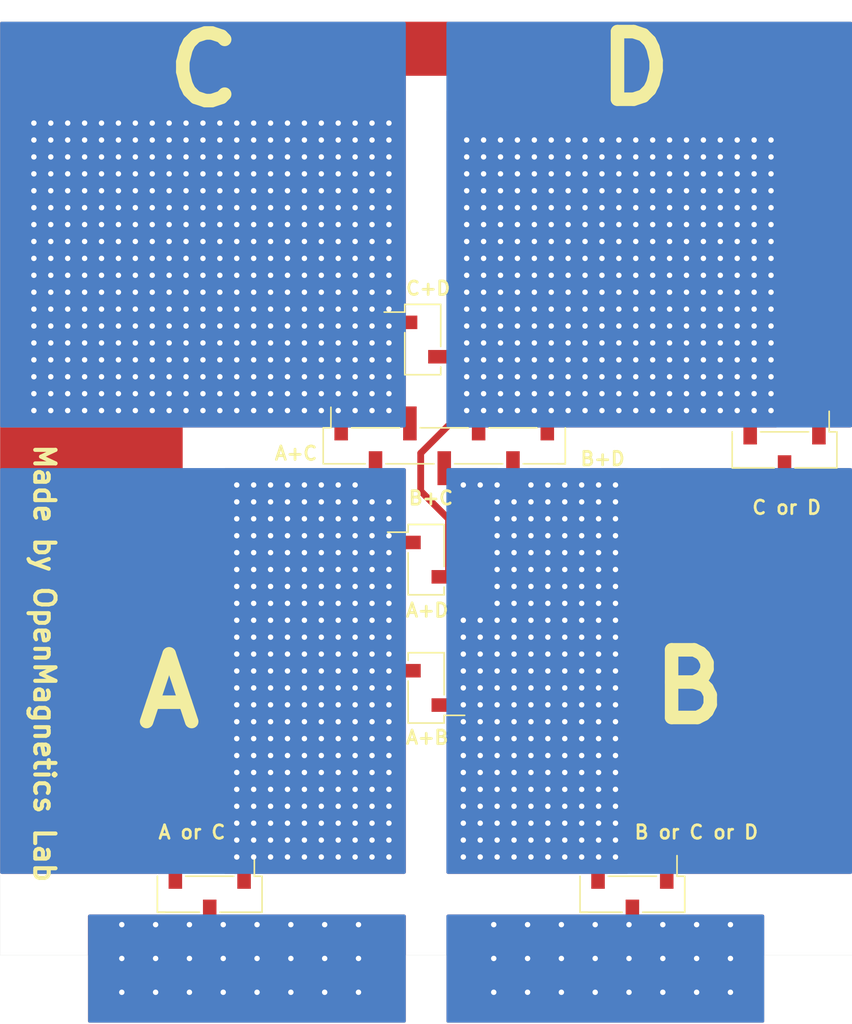
<source format=kicad_pcb>
(kicad_pcb (version 20240108) (generator "pcbnew") (generator_version "8.0")
  (layers (0 "F.Cu" signal) (31 "B.Cu" signal) (34 "B.Paste" user) (35 "F.Paste" user) (36 "B.SilkS" user "B.Silkscreen") (37 "F.SilkS" user "F.Silkscreen") (38 "B.Mask" user) (39 "F.Mask" user) (44 "Edge.Cuts" user))
  (net 0 "")
  (net 1 "Bode100_2")
  (net 2 "Bode100_1")
  (net 3 "/A")
  (net 4 "/B")
  (net 5 "/C")
  (net 6 "/D")
  (net 8 "/CorD")
  (footprint "Connector_PinHeader_2.54mm:PinHeader_1x03_P2.54mm_Vertical_SMD_Pin1Left" (layer "F.Cu") (at 115.25 133 -90)
    (property "Reference" "Pri_Sec_Right1" (hide yes))
    (property "Value" "Conn_01x03" (hide yes))
  )
  (footprint "Connector_PinHeader_2.54mm:PinHeader_1x03_P2.54mm_Vertical_SMD_Pin1Left" (layer "F.Cu") (at 84 133 -90)
    (property "Reference" "Pri_Sec_Left1" (hide yes))
    (property "Value" "Conn_01x03" (hide yes))
  )
  (footprint "Connector_PinHeader_2.54mm:PinHeader_1x02_P2.54mm_Vertical_SMD_Pin1Left" (layer "F.Cu") (at 99.75 92)
    (property "Reference" "CC_Top1" (hide yes))
    (property "Value" "Conn_01x02" (hide yes))
  )
  (footprint "Connector_PinHeader_2.54mm:PinHeader_1x02_P2.54mm_Vertical_SMD_Pin1Left" (layer "F.Cu") (at 100 108.27)
    (property "Reference" "J1" (hide yes))
    (property "Value" "Conn_01x02" (hide yes))
  )
  (footprint "Connector_PinHeader_2.54mm:PinHeader_1x07_P2.54mm_Vertical_SMD_Pin1Right" (layer "F.Cu") (at 101.34 99.855 90)
    (property "Reference" "Cum_Dif1" (hide yes))
    (property "Value" "Conn_01x07_MountingPin" (hide yes))
  )
  (footprint "Connector_PinHeader_2.54mm:PinHeader_1x03_P2.54mm_Vertical_SMD_Pin1Left" (layer "F.Cu") (at 126.5 100.155 -90)
    (property "Reference" "Secondary_multiplex1" (hide yes))
    (property "Value" "Conn_01x03" (hide yes))
  )
  (footprint "Connector_PinHeader_2.54mm:PinHeader_1x02_P2.54mm_Vertical_SMD_Pin1Left" (layer "F.Cu") (at 100 117.75 180)
    (property "Reference" "CC_Bottom1" (hide yes))
    (property "Value" "Conn_01x02" (hide yes))
  )
  (gr_poly (pts (xy 75 142.5) (xy 98.5 142.5) (xy 98.5 137.5) (xy 101.5 137.5) (xy 101.5 142.5) (xy 125 142.5) (xy 125 137.5) (xy 131.5 137.5) (xy 131.5 68.5) (xy 68.5 68.5) (xy 68.5 137.5) (xy 75 137.5)) (stroke (width 0.01)) (fill none) (layer "Edge.Cuts"))
  (gr_text "B or C or D" (at 115.3 129 0) (layer "F.SilkS") (effects (font (size 1 1) (thickness 0.2) (bold yes)) (justify left bottom)))
  (gr_text "C+D" (at 98.4 88.8 0) (layer "F.SilkS") (effects (font (size 1 1) (thickness 0.2) (bold yes)) (justify left bottom)))
  (gr_text "A+B" (at 98.4 122 0) (layer "F.SilkS") (effects (font (size 1 1) (thickness 0.2) (bold yes)) (justify left bottom)))
  (gr_text "B+C" (at 98.6 104.3 0) (layer "F.SilkS") (effects (font (size 1 1) (thickness 0.2) (bold yes)) (justify left bottom)))
  (gr_text "Made by OpenMagnetics Lab" (at 70.9 99.6 270) (layer "F.SilkS") (effects (font (size 1.5 1.5) (thickness 0.3) (bold yes)) (justify left bottom)))
  (gr_text "C or D" (at 124 105 0) (layer "F.SilkS") (effects (font (size 1 1) (thickness 0.2) (bold yes)) (justify left bottom)))
  (gr_text "B\n" (at 116.3 120.6 0) (layer "F.SilkS") (effects (font (size 5 5) (thickness 1) (bold yes)) (justify left bottom)))
  (gr_text "A or C" (at 80.1 129 0) (layer "F.SilkS") (effects (font (size 1 1) (thickness 0.2) (bold yes)) (justify left bottom)))
  (gr_text "C" (at 80.4 75 0) (layer "F.SilkS") (effects (font (size 5 5) (thickness 1) (bold yes)) (justify left bottom)))
  (gr_text "A+D" (at 98.4 112.6 0) (layer "F.SilkS") (effects (font (size 1 1) (thickness 0.2) (bold yes)) (justify left bottom)))
  (gr_text "D" (at 112.3 74.9 0) (layer "F.SilkS") (effects (font (size 5 5) (thickness 1) (bold yes)) (justify left bottom)))
  (gr_text "A" (at 78.2 120.9 0) (layer "F.SilkS") (effects (font (size 5 5) (thickness 1) (bold yes)) (justify left bottom)))
  (gr_text "A+C" (at 88.7 101 0) (layer "F.SilkS") (effects (font (size 1 1) (thickness 0.2) (bold yes)) (justify left bottom)))
  (gr_text "B+D" (at 111.3 101.4 0) (layer "F.SilkS") (effects (font (size 1 1) (thickness 0.2) (bold yes)) (justify left bottom)))
  (via (at 92.5 135.25) (size 0.8) (drill 0.4) (layers "F.Cu" "B.Cu") (net 1))
  (via (at 92.5 140.25) (size 0.8) (drill 0.4) (layers "F.Cu" "B.Cu") (net 1))
  (via (at 82.5 140.25) (size 0.8) (drill 0.4) (layers "F.Cu" "B.Cu") (net 1))
  (via (at 95 135.25) (size 0.8) (drill 0.4) (layers "F.Cu" "B.Cu") (net 1))
  (via (at 90 137.75) (size 0.8) (drill 0.4) (layers "F.Cu" "B.Cu") (net 1))
  (via (at 77.5 135.25) (size 0.8) (drill 0.4) (layers "F.Cu" "B.Cu") (net 1))
  (via (at 77.5 140.25) (size 0.8) (drill 0.4) (layers "F.Cu" "B.Cu") (net 1))
  (via (at 80 140.25) (size 0.8) (drill 0.4) (layers "F.Cu" "B.Cu") (net 1))
  (via (at 77.5 137.75) (size 0.8) (drill 0.4) (layers "F.Cu" "B.Cu") (net 1))
  (via (at 95 137.75) (size 0.8) (drill 0.4) (layers "F.Cu" "B.Cu") (net 1))
  (via (at 85 137.75) (size 0.8) (drill 0.4) (layers "F.Cu" "B.Cu") (net 1))
  (via (at 87.5 140.25) (size 0.8) (drill 0.4) (layers "F.Cu" "B.Cu") (net 1))
  (via (at 90 135.25) (size 0.8) (drill 0.4) (layers "F.Cu" "B.Cu") (net 1))
  (via (at 82.5 135.25) (size 0.8) (drill 0.4) (layers "F.Cu" "B.Cu") (net 1))
  (via (at 87.5 137.75) (size 0.8) (drill 0.4) (layers "F.Cu" "B.Cu") (net 1))
  (via (at 85 140.25) (size 0.8) (drill 0.4) (layers "F.Cu" "B.Cu") (net 1))
  (via (at 85 135.25) (size 0.8) (drill 0.4) (layers "F.Cu" "B.Cu") (net 1))
  (via (at 95 140.25) (size 0.8) (drill 0.4) (layers "F.Cu" "B.Cu") (net 1))
  (via (at 90 140.25) (size 0.8) (drill 0.4) (layers "F.Cu" "B.Cu") (net 1))
  (via (at 87.5 135.25) (size 0.8) (drill 0.4) (layers "F.Cu" "B.Cu") (net 1))
  (via (at 80 137.75) (size 0.8) (drill 0.4) (layers "F.Cu" "B.Cu") (net 1))
  (via (at 82.5 137.75) (size 0.8) (drill 0.4) (layers "F.Cu" "B.Cu") (net 1))
  (via (at 92.5 137.75) (size 0.8) (drill 0.4) (layers "F.Cu" "B.Cu") (net 1))
  (via (at 80 135.25) (size 0.8) (drill 0.4) (layers "F.Cu" "B.Cu") (net 1))
  (via (at 115 137.75) (size 0.8) (drill 0.4) (layers "F.Cu" "B.Cu") (net 2))
  (via (at 117.5 140.25) (size 0.8) (drill 0.4) (layers "F.Cu" "B.Cu") (net 2))
  (via (at 122.5 137.75) (size 0.8) (drill 0.4) (layers "F.Cu" "B.Cu") (net 2))
  (via (at 120 140.25) (size 0.8) (drill 0.4) (layers "F.Cu" "B.Cu") (net 2))
  (via (at 122.5 140.25) (size 0.8) (drill 0.4) (layers "F.Cu" "B.Cu") (net 2))
  (via (at 107.5 140.25) (size 0.8) (drill 0.4) (layers "F.Cu" "B.Cu") (net 2))
  (via (at 110 140.25) (size 0.8) (drill 0.4) (layers "F.Cu" "B.Cu") (net 2))
  (via (at 107.5 135.25) (size 0.8) (drill 0.4) (layers "F.Cu" "B.Cu") (net 2))
  (via (at 120 135.25) (size 0.8) (drill 0.4) (layers "F.Cu" "B.Cu") (net 2))
  (via (at 115 135.25) (size 0.8) (drill 0.4) (layers "F.Cu" "B.Cu") (net 2))
  (via (at 110 137.75) (size 0.8) (drill 0.4) (layers "F.Cu" "B.Cu") (net 2))
  (via (at 112.5 137.75) (size 0.8) (drill 0.4) (layers "F.Cu" "B.Cu") (net 2))
  (via (at 117.5 137.75) (size 0.8) (drill 0.4) (layers "F.Cu" "B.Cu") (net 2))
  (via (at 112.5 135.25) (size 0.8) (drill 0.4) (layers "F.Cu" "B.Cu") (net 2))
  (via (at 105 137.75) (size 0.8) (drill 0.4) (layers "F.Cu" "B.Cu") (net 2))
  (via (at 105 135.25) (size 0.8) (drill 0.4) (layers "F.Cu" "B.Cu") (net 2))
  (via (at 107.5 137.75) (size 0.8) (drill 0.4) (layers "F.Cu" "B.Cu") (net 2))
  (via (at 115 140.25) (size 0.8) (drill 0.4) (layers "F.Cu" "B.Cu") (net 2))
  (via (at 112.5 140.25) (size 0.8) (drill 0.4) (layers "F.Cu" "B.Cu") (net 2))
  (via (at 105 140.25) (size 0.8) (drill 0.4) (layers "F.Cu" "B.Cu") (net 2))
  (via (at 110 135.25) (size 0.8) (drill 0.4) (layers "F.Cu" "B.Cu") (net 2))
  (via (at 120 137.75) (size 0.8) (drill 0.4) (layers "F.Cu" "B.Cu") (net 2))
  (via (at 122.5 135.25) (size 0.8) (drill 0.4) (layers "F.Cu" "B.Cu") (net 2))
  (via (at 117.5 135.25) (size 0.8) (drill 0.4) (layers "F.Cu" "B.Cu") (net 2))
  (via (at 87.25 109) (size 0.8) (drill 0.4) (layers "F.Cu" "B.Cu") (net 3))
  (via (at 89.75 117.75) (size 0.8) (drill 0.4) (layers "F.Cu" "B.Cu") (net 3))
  (via (at 96 124) (size 0.8) (drill 0.4) (layers "F.Cu" "B.Cu") (net 3))
  (via (at 93.5 120.25) (size 0.8) (drill 0.4) (layers "F.Cu" "B.Cu") (net 3))
  (via (at 86 129) (size 0.8) (drill 0.4) (layers "F.Cu" "B.Cu") (net 3))
  (via (at 94.75 115.25) (size 0.8) (drill 0.4) (layers "F.Cu" "B.Cu") (net 3))
  (via (at 86 107.75) (size 0.8) (drill 0.4) (layers "F.Cu" "B.Cu") (net 3))
  (via (at 89.75 126.5) (size 0.8) (drill 0.4) (layers "F.Cu" "B.Cu") (net 3))
  (via (at 92.25 129) (size 0.8) (drill 0.4) (layers "F.Cu" "B.Cu") (net 3))
  (via (at 93.5 126.5) (size 0.8) (drill 0.4) (layers "F.Cu" "B.Cu") (net 3))
  (via (at 96 107.75) (size 0.8) (drill 0.4) (layers "F.Cu" "B.Cu") (net 3))
  (via (at 92.25 117.75) (size 0.8) (drill 0.4) (layers "F.Cu" "B.Cu") (net 3))
  (via (at 94.75 114) (size 0.8) (drill 0.4) (layers "F.Cu" "B.Cu") (net 3))
  (via (at 89.75 119) (size 0.8) (drill 0.4) (layers "F.Cu" "B.Cu") (net 3))
  (via (at 93.5 102.75) (size 0.8) (drill 0.4) (layers "F.Cu" "B.Cu") (net 3))
  (via (at 86 125.25) (size 0.8) (drill 0.4) (layers "F.Cu" "B.Cu") (net 3))
  (via (at 91 119) (size 0.8) (drill 0.4) (layers "F.Cu" "B.Cu") (net 3))
  (via (at 91 121.5) (size 0.8) (drill 0.4) (layers "F.Cu" "B.Cu") (net 3))
  (via (at 93.5 106.5) (size 0.8) (drill 0.4) (layers "F.Cu" "B.Cu") (net 3))
  (via (at 94.75 121.5) (size 0.8) (drill 0.4) (layers "F.Cu" "B.Cu") (net 3))
  (via (at 86 110.25) (size 0.8) (drill 0.4) (layers "F.Cu" "B.Cu") (net 3))
  (via (at 94.75 105.25) (size 0.8) (drill 0.4) (layers "F.Cu" "B.Cu") (net 3))
  (via (at 93.5 110.25) (size 0.8) (drill 0.4) (layers "F.Cu" "B.Cu") (net 3))
  (via (at 87.25 102.75) (size 0.8) (drill 0.4) (layers "F.Cu" "B.Cu") (net 3))
  (via (at 92.25 126.5) (size 0.8) (drill 0.4) (layers "F.Cu" "B.Cu") (net 3))
  (via (at 87.25 129) (size 0.8) (drill 0.4) (layers "F.Cu" "B.Cu") (net 3))
  (via (at 93.5 130.25) (size 0.8) (drill 0.4) (layers "F.Cu" "B.Cu") (net 3))
  (via (at 91 104) (size 0.8) (drill 0.4) (layers "F.Cu" "B.Cu") (net 3))
  (via (at 92.25 116.5) (size 0.8) (drill 0.4) (layers "F.Cu" "B.Cu") (net 3))
  (via (at 87.25 107.75) (size 0.8) (drill 0.4) (layers "F.Cu" "B.Cu") (net 3))
  (via (at 88.5 105.25) (size 0.8) (drill 0.4) (layers "F.Cu" "B.Cu") (net 3))
  (via (at 87.25 120.25) (size 0.8) (drill 0.4) (layers "F.Cu" "B.Cu") (net 3))
  (via (at 94.75 104) (size 0.8) (drill 0.4) (layers "F.Cu" "B.Cu") (net 3))
  (via (at 89.75 116.5) (size 0.8) (drill 0.4) (layers "F.Cu" "B.Cu") (net 3))
  (via (at 87.25 121.5) (size 0.8) (drill 0.4) (layers "F.Cu" "B.Cu") (net 3))
  (via (at 96 119) (size 0.8) (drill 0.4) (layers "F.Cu" "B.Cu") (net 3))
  (via (at 97.25 104) (size 0.8) (drill 0.4) (layers "F.Cu" "B.Cu") (net 3))
  (via (at 93.5 115.25) (size 0.8) (drill 0.4) (layers "F.Cu" "B.Cu") (net 3))
  (via (at 91 107.75) (size 0.8) (drill 0.4) (layers "F.Cu" "B.Cu") (net 3))
  (via (at 96 116.5) (size 0.8) (drill 0.4) (layers "F.Cu" "B.Cu") (net 3))
  (via (at 96 130.25) (size 0.8) (drill 0.4) (layers "F.Cu" "B.Cu") (net 3))
  (via (at 97.25 112.75) (size 0.8) (drill 0.4) (layers "F.Cu" "B.Cu") (net 3))
  (via (at 96 117.75) (size 0.8) (drill 0.4) (layers "F.Cu" "B.Cu") (net 3))
  (via (at 96 105.25) (size 0.8) (drill 0.4) (layers "F.Cu" "B.Cu") (net 3))
  (via (at 93.5 112.75) (size 0.8) (drill 0.4) (layers "F.Cu" "B.Cu") (net 3))
  (via (at 89.75 120.25) (size 0.8) (drill 0.4) (layers "F.Cu" "B.Cu") (net 3))
  (via (at 97.25 129) (size 0.8) (drill 0.4) (layers "F.Cu" "B.Cu") (net 3))
  (via (at 86 109) (size 0.8) (drill 0.4) (layers "F.Cu" "B.Cu") (net 3))
  (via (at 93.5 111.5) (size 0.8) (drill 0.4) (layers "F.Cu" "B.Cu") (net 3))
  (via (at 94.75 127.75) (size 0.8) (drill 0.4) (layers "F.Cu" "B.Cu") (net 3))
  (via (at 92.25 115.25) (size 0.8) (drill 0.4) (layers "F.Cu" "B.Cu") (net 3))
  (via (at 93.5 121.5) (size 0.8) (drill 0.4) (layers "F.Cu" "B.Cu") (net 3))
  (via (at 92.25 114) (size 0.8) (drill 0.4) (layers "F.Cu" "B.Cu") (net 3))
  (via (at 87.25 125.25) (size 0.8) (drill 0.4) (layers "F.Cu" "B.Cu") (net 3))
  (via (at 86 121.5) (size 0.8) (drill 0.4) (layers "F.Cu" "B.Cu") (net 3))
  (via (at 86 124) (size 0.8) (drill 0.4) (layers "F.Cu" "B.Cu") (net 3))
  (via (at 94.75 122.75) (size 0.8) (drill 0.4) (layers "F.Cu" "B.Cu") (net 3))
  (via (at 94.75 125.25) (size 0.8) (drill 0.4) (layers "F.Cu" "B.Cu") (net 3))
  (via (at 89.75 112.75) (size 0.8) (drill 0.4) (layers "F.Cu" "B.Cu") (net 3))
  (via (at 89.75 124) (size 0.8) (drill 0.4) (layers "F.Cu" "B.Cu") (net 3))
  (via (at 88.5 127.75) (size 0.8) (drill 0.4) (layers "F.Cu" "B.Cu") (net 3))
  (via (at 87.25 115.25) (size 0.8) (drill 0.4) (layers "F.Cu" "B.Cu") (net 3))
  (via (at 94.75 116.5) (size 0.8) (drill 0.4) (layers "F.Cu" "B.Cu") (net 3))
  (via (at 93.5 109) (size 0.8) (drill 0.4) (layers "F.Cu" "B.Cu") (net 3))
  (via (at 89.75 110.25) (size 0.8) (drill 0.4) (layers "F.Cu" "B.Cu") (net 3))
  (via (at 92.25 111.5) (size 0.8) (drill 0.4) (layers "F.Cu" "B.Cu") (net 3))
  (via (at 93.5 105.25) (size 0.8) (drill 0.4) (layers "F.Cu" "B.Cu") (net 3))
  (via (at 87.25 111.5) (size 0.8) (drill 0.4) (layers "F.Cu" "B.Cu") (net 3))
  (via (at 86 120.25) (size 0.8) (drill 0.4) (layers "F.Cu" "B.Cu") (net 3))
  (via (at 93.5 122.75) (size 0.8) (drill 0.4) (layers "F.Cu" "B.Cu") (net 3))
  (via (at 91 116.5) (size 0.8) (drill 0.4) (layers "F.Cu" "B.Cu") (net 3))
  (via (at 93.5 107.75) (size 0.8) (drill 0.4) (layers "F.Cu" "B.Cu") (net 3))
  (via (at 96 115.25) (size 0.8) (drill 0.4) (layers "F.Cu" "B.Cu") (net 3))
  (via (at 89.75 121.5) (size 0.8) (drill 0.4) (layers "F.Cu" "B.Cu") (net 3))
  (via (at 91 117.75) (size 0.8) (drill 0.4) (layers "F.Cu" "B.Cu") (net 3))
  (via (at 88.5 111.5) (size 0.8) (drill 0.4) (layers "F.Cu" "B.Cu") (net 3))
  (via (at 88.5 122.75) (size 0.8) (drill 0.4) (layers "F.Cu" "B.Cu") (net 3))
  (via (at 94.75 130.25) (size 0.8) (drill 0.4) (layers "F.Cu" "B.Cu") (net 3))
  (via (at 94.75 120.25) (size 0.8) (drill 0.4) (layers "F.Cu" "B.Cu") (net 3))
  (via (at 89.75 130.25) (size 0.8) (drill 0.4) (layers "F.Cu" "B.Cu") (net 3))
  (via (at 86 102.75) (size 0.8) (drill 0.4) (layers "F.Cu" "B.Cu") (net 3))
  (via (at 91 102.75) (size 0.8) (drill 0.4) (layers "F.Cu" "B.Cu") (net 3))
  (via (at 94.75 126.5) (size 0.8) (drill 0.4) (layers "F.Cu" "B.Cu") (net 3))
  (via (at 86 111.5) (size 0.8) (drill 0.4) (layers "F.Cu" "B.Cu") (net 3))
  (via (at 87.25 124) (size 0.8) (drill 0.4) (layers "F.Cu" "B.Cu") (net 3))
  (via (at 94.75 111.5) (size 0.8) (drill 0.4) (layers "F.Cu" "B.Cu") (net 3))
  (via (at 91 120.25) (size 0.8) (drill 0.4) (layers "F.Cu" "B.Cu") (net 3))
  (via (at 91 114) (size 0.8) (drill 0.4) (layers "F.Cu" "B.Cu") (net 3))
  (via (at 87.25 105.25) (size 0.8) (drill 0.4) (layers "F.Cu" "B.Cu") (net 3))
  (via (at 97.25 130.25) (size 0.8) (drill 0.4) (layers "F.Cu" "B.Cu") (net 3))
  (via (at 94.75 117.75) (size 0.8) (drill 0.4) (layers "F.Cu" "B.Cu") (net 3))
  (via (at 92.25 105.25) (size 0.8) (drill 0.4) (layers "F.Cu" "B.Cu") (net 3))
  (via (at 88.5 117.75) (size 0.8) (drill 0.4) (layers "F.Cu" "B.Cu") (net 3))
  (via (at 89.75 122.75) (size 0.8) (drill 0.4) (layers "F.Cu" "B.Cu") (net 3))
  (via (at 97.25 114) (size 0.8) (drill 0.4) (layers "F.Cu" "B.Cu") (net 3))
  (via (at 93.5 114) (size 0.8) (drill 0.4) (layers "F.Cu" "B.Cu") (net 3))
  (via (at 97.25 106.5) (size 0.8) (drill 0.4) (layers "F.Cu" "B.Cu") (net 3))
  (via (at 89.75 106.5) (size 0.8) (drill 0.4) (layers "F.Cu" "B.Cu") (net 3))
  (via (at 86 116.5) (size 0.8) (drill 0.4) (layers "F.Cu" "B.Cu") (net 3))
  (via (at 91 130.25) (size 0.8) (drill 0.4) (layers "F.Cu" "B.Cu") (net 3))
  (via (at 91 125.25) (size 0.8) (drill 0.4) (layers "F.Cu" "B.Cu") (net 3))
  (via (at 96 111.5) (size 0.8) (drill 0.4) (layers "F.Cu" "B.Cu") (net 3))
  (via (at 92.25 127.75) (size 0.8) (drill 0.4) (layers "F.Cu" "B.Cu") (net 3))
  (via (at 96 106.5) (size 0.8) (drill 0.4) (layers "F.Cu" "B.Cu") (net 3))
  (via (at 86 114) (size 0.8) (drill 0.4) (layers "F.Cu" "B.Cu") (net 3))
  (via (at 93.5 119) (size 0.8) (drill 0.4) (layers "F.Cu" "B.Cu") (net 3))
  (via (at 92.25 109) (size 0.8) (drill 0.4) (layers "F.Cu" "B.Cu") (net 3))
  (via (at 87.25 127.75) (size 0.8) (drill 0.4) (layers "F.Cu" "B.Cu") (net 3))
  (via (at 97.25 124) (size 0.8) (drill 0.4) (layers "F.Cu" "B.Cu") (net 3))
  (via (at 92.25 120.25) (size 0.8) (drill 0.4) (layers "F.Cu" "B.Cu") (net 3))
  (via (at 97.25 117.75) (size 0.8) (drill 0.4) (layers "F.Cu" "B.Cu") (net 3))
  (via (at 93.5 125.25) (size 0.8) (drill 0.4) (layers "F.Cu" "B.Cu") (net 3))
  (via (at 92.25 130.25) (size 0.8) (drill 0.4) (layers "F.Cu" "B.Cu") (net 3))
  (via (at 86 115.25) (size 0.8) (drill 0.4) (layers "F.Cu" "B.Cu") (net 3))
  (via (at 89.75 115.25) (size 0.8) (drill 0.4) (layers "F.Cu" "B.Cu") (net 3))
  (via (at 94.75 129) (size 0.8) (drill 0.4) (layers "F.Cu" "B.Cu") (net 3))
  (via (at 96 129) (size 0.8) (drill 0.4) (layers "F.Cu" "B.Cu") (net 3))
  (via (at 96 110.25) (size 0.8) (drill 0.4) (layers "F.Cu" "B.Cu") (net 3))
  (via (at 91 124) (size 0.8) (drill 0.4) (layers "F.Cu" "B.Cu") (net 3))
  (via (at 91 110.25) (size 0.8) (drill 0.4) (layers "F.Cu" "B.Cu") (net 3))
  (via (at 87.25 122.75) (size 0.8) (drill 0.4) (layers "F.Cu" "B.Cu") (net 3))
  (via (at 97.25 107.75) (size 0.8) (drill 0.4) (layers "F.Cu" "B.Cu") (net 3))
  (via (at 91 122.75) (size 0.8) (drill 0.4) (layers "F.Cu" "B.Cu") (net 3))
  (via (at 87.25 116.5) (size 0.8) (drill 0.4) (layers "F.Cu" "B.Cu") (net 3))
  (via (at 88.5 114) (size 0.8) (drill 0.4) (layers "F.Cu" "B.Cu") (net 3))
  (via (at 88.5 109) (size 0.8) (drill 0.4) (layers "F.Cu" "B.Cu") (net 3))
  (via (at 88.5 112.75) (size 0.8) (drill 0.4) (layers "F.Cu" "B.Cu") (net 3))
  (via (at 86 112.75) (size 0.8) (drill 0.4) (layers "F.Cu" "B.Cu") (net 3))
  (via (at 96 122.75) (size 0.8) (drill 0.4) (layers "F.Cu" "B.Cu") (net 3))
  (via (at 89.75 105.25) (size 0.8) (drill 0.4) (layers "F.Cu" "B.Cu") (net 3))
  (via (at 86 127.75) (size 0.8) (drill 0.4) (layers "F.Cu" "B.Cu") (net 3))
  (via (at 86 105.25) (size 0.8) (drill 0.4) (layers "F.Cu" "B.Cu") (net 3))
  (via (at 97.25 115.25) (size 0.8) (drill 0.4) (layers "F.Cu" "B.Cu") (net 3))
  (via (at 96 125.25) (size 0.8) (drill 0.4) (layers "F.Cu" "B.Cu") (net 3))
  (via (at 97.25 116.5) (size 0.8) (drill 0.4) (layers "F.Cu" "B.Cu") (net 3))
  (via (at 96 120.25) (size 0.8) (drill 0.4) (layers "F.Cu" "B.Cu") (net 3))
  (via (at 93.5 117.75) (size 0.8) (drill 0.4) (layers "F.Cu" "B.Cu") (net 3))
  (via (at 86 117.75) (size 0.8) (drill 0.4) (layers "F.Cu" "B.Cu") (net 3))
  (via (at 88.5 121.5) (size 0.8) (drill 0.4) (layers "F.Cu" "B.Cu") (net 3))
  (via (at 94.75 112.75) (size 0.8) (drill 0.4) (layers "F.Cu" "B.Cu") (net 3))
  (via (at 94.75 106.5) (size 0.8) (drill 0.4) (layers "F.Cu" "B.Cu") (net 3))
  (via (at 88.5 124) (size 0.8) (drill 0.4) (layers "F.Cu" "B.Cu") (net 3))
  (via (at 91 126.5) (size 0.8) (drill 0.4) (layers "F.Cu" "B.Cu") (net 3))
  (via (at 88.5 107.75) (size 0.8) (drill 0.4) (layers "F.Cu" "B.Cu") (net 3))
  (via (at 87.25 126.5) (size 0.8) (drill 0.4) (layers "F.Cu" "B.Cu") (net 3))
  (via (at 86 106.5) (size 0.8) (drill 0.4) (layers "F.Cu" "B.Cu") (net 3))
  (via (at 92.25 104) (size 0.8) (drill 0.4) (layers "F.Cu" "B.Cu") (net 3))
  (via (at 96 114) (size 0.8) (drill 0.4) (layers "F.Cu" "B.Cu") (net 3))
  (via (at 87.25 114) (size 0.8) (drill 0.4) (layers "F.Cu" "B.Cu") (net 3))
  (via (at 86 104) (size 0.8) (drill 0.4) (layers "F.Cu" "B.Cu") (net 3))
  (via (at 92.25 106.5) (size 0.8) (drill 0.4) (layers "F.Cu" "B.Cu") (net 3))
  (via (at 88.5 120.25) (size 0.8) (drill 0.4) (layers "F.Cu" "B.Cu") (net 3))
  (via (at 88.5 104) (size 0.8) (drill 0.4) (layers "F.Cu" "B.Cu") (net 3))
  (via (at 86 122.75) (size 0.8) (drill 0.4) (layers "F.Cu" "B.Cu") (net 3))
  (via (at 96 126.5) (size 0.8) (drill 0.4) (layers "F.Cu" "B.Cu") (net 3))
  (via (at 92.25 119) (size 0.8) (drill 0.4) (layers "F.Cu" "B.Cu") (net 3))
  (via (at 91 129) (size 0.8) (drill 0.4) (layers "F.Cu" "B.Cu") (net 3))
  (via (at 89.75 104) (size 0.8) (drill 0.4) (layers "F.Cu" "B.Cu") (net 3))
  (via (at 97.25 121.5) (size 0.8) (drill 0.4) (layers "F.Cu" "B.Cu") (net 3))
  (via (at 88.5 115.25) (size 0.8) (drill 0.4) (layers "F.Cu" "B.Cu") (net 3))
  (via (at 97.25 119) (size 0.8) (drill 0.4) (layers "F.Cu" "B.Cu") (net 3))
  (via (at 93.5 124) (size 0.8) (drill 0.4) (layers "F.Cu" "B.Cu") (net 3))
  (via (at 92.25 122.75) (size 0.8) (drill 0.4) (layers "F.Cu" "B.Cu") (net 3))
  (via (at 94.75 107.75) (size 0.8) (drill 0.4) (layers "F.Cu" "B.Cu") (net 3))
  (via (at 94.75 119) (size 0.8) (drill 0.4) (layers "F.Cu" "B.Cu") (net 3))
  (via (at 91 115.25) (size 0.8) (drill 0.4) (layers "F.Cu" "B.Cu") (net 3))
  (via (at 94.75 102.75) (size 0.8) (drill 0.4) (layers "F.Cu" "B.Cu") (net 3))
  (via (at 89.75 129) (size 0.8) (drill 0.4) (layers "F.Cu" "B.Cu") (net 3))
  (via (at 89.75 125.25) (size 0.8) (drill 0.4) (layers "F.Cu" "B.Cu") (net 3))
  (via (at 88.5 125.25) (size 0.8) (drill 0.4) (layers "F.Cu" "B.Cu") (net 3))
  (via (at 87.25 117.75) (size 0.8) (drill 0.4) (layers "F.Cu" "B.Cu") (net 3))
  (via (at 96 104) (size 0.8) (drill 0.4) (layers "F.Cu" "B.Cu") (net 3))
  (via (at 97.25 110.25) (size 0.8) (drill 0.4) (layers "F.Cu" "B.Cu") (net 3))
  (via (at 86 130.25) (size 0.8) (drill 0.4) (layers "F.Cu" "B.Cu") (net 3))
  (via (at 92.25 112.75) (size 0.8) (drill 0.4) (layers "F.Cu" "B.Cu") (net 3))
  (via (at 97.25 120.25) (size 0.8) (drill 0.4) (layers "F.Cu" "B.Cu") (net 3))
  (via (at 87.25 110.25) (size 0.8) (drill 0.4) (layers "F.Cu" "B.Cu") (net 3))
  (via (at 89.75 114) (size 0.8) (drill 0.4) (layers "F.Cu" "B.Cu") (net 3))
  (via (at 89.75 111.5) (size 0.8) (drill 0.4) (layers "F.Cu" "B.Cu") (net 3))
  (via (at 92.25 121.5) (size 0.8) (drill 0.4) (layers "F.Cu" "B.Cu") (net 3))
  (via (at 89.75 127.75) (size 0.8) (drill 0.4) (layers "F.Cu" "B.Cu") (net 3))
  (via (at 91 106.5) (size 0.8) (drill 0.4) (layers "F.Cu" "B.Cu") (net 3))
  (via (at 94.75 124) (size 0.8) (drill 0.4) (layers "F.Cu" "B.Cu") (net 3))
  (via (at 92.25 124) (size 0.8) (drill 0.4) (layers "F.Cu" "B.Cu") (net 3))
  (via (at 94.75 110.25) (size 0.8) (drill 0.4) (layers "F.Cu" "B.Cu") (net 3))
  (via (at 93.5 116.5) (size 0.8) (drill 0.4) (layers "F.Cu" "B.Cu") (net 3))
  (via (at 97.25 127.75) (size 0.8) (drill 0.4) (layers "F.Cu" "B.Cu") (net 3))
  (via (at 88.5 116.5) (size 0.8) (drill 0.4) (layers "F.Cu" "B.Cu") (net 3))
  (via (at 92.25 110.25) (size 0.8) (drill 0.4) (layers "F.Cu" "B.Cu") (net 3))
  (via (at 93.5 127.75) (size 0.8) (drill 0.4) (layers "F.Cu" "B.Cu") (net 3))
  (via (at 96 112.75) (size 0.8) (drill 0.4) (layers "F.Cu" "B.Cu") (net 3))
  (via (at 92.25 125.25) (size 0.8) (drill 0.4) (layers "F.Cu" "B.Cu") (net 3))
  (via (at 97.25 109) (size 0.8) (drill 0.4) (layers "F.Cu" "B.Cu") (net 3))
  (via (at 91 109) (size 0.8) (drill 0.4) (layers "F.Cu" "B.Cu") (net 3))
  (via (at 88.5 126.5) (size 0.8) (drill 0.4) (layers "F.Cu" "B.Cu") (net 3))
  (via (at 96 121.5) (size 0.8) (drill 0.4) (layers "F.Cu" "B.Cu") (net 3))
  (via (at 93.5 104) (size 0.8) (drill 0.4) (layers "F.Cu" "B.Cu") (net 3))
  (via (at 88.5 129) (size 0.8) (drill 0.4) (layers "F.Cu" "B.Cu") (net 3))
  (via (at 86 119) (size 0.8) (drill 0.4) (layers "F.Cu" "B.Cu") (net 3))
  (via (at 97.25 125.25) (size 0.8) (drill 0.4) (layers "F.Cu" "B.Cu") (net 3))
  (via (at 87.25 130.25) (size 0.8) (drill 0.4) (layers "F.Cu" "B.Cu") (net 3))
  (via (at 88.5 106.5) (size 0.8) (drill 0.4) (layers "F.Cu" "B.Cu") (net 3))
  (via (at 96 127.75) (size 0.8) (drill 0.4) (layers "F.Cu" "B.Cu") (net 3))
  (via (at 89.75 109) (size 0.8) (drill 0.4) (layers "F.Cu" "B.Cu") (net 3))
  (via (at 96 109) (size 0.8) (drill 0.4) (layers "F.Cu" "B.Cu") (net 3))
  (via (at 93.5 129) (size 0.8) (drill 0.4) (layers "F.Cu" "B.Cu") (net 3))
  (via (at 87.25 104) (size 0.8) (drill 0.4) (layers "F.Cu" "B.Cu") (net 3))
  (via (at 97.25 126.5) (size 0.8) (drill 0.4) (layers "F.Cu" "B.Cu") (net 3))
  (via (at 92.25 102.75) (size 0.8) (drill 0.4) (layers "F.Cu" "B.Cu") (net 3))
  (via (at 91 112.75) (size 0.8) (drill 0.4) (layers "F.Cu" "B.Cu") (net 3))
  (via (at 92.25 107.75) (size 0.8) (drill 0.4) (layers "F.Cu" "B.Cu") (net 3))
  (via (at 91 111.5) (size 0.8) (drill 0.4) (layers "F.Cu" "B.Cu") (net 3))
  (via (at 89.75 107.75) (size 0.8) (drill 0.4) (layers "F.Cu" "B.Cu") (net 3))
  (via (at 97.25 111.5) (size 0.8) (drill 0.4) (layers "F.Cu" "B.Cu") (net 3))
  (via (at 88.5 130.25) (size 0.8) (drill 0.4) (layers "F.Cu" "B.Cu") (net 3))
  (via (at 94.75 109) (size 0.8) (drill 0.4) (layers "F.Cu" "B.Cu") (net 3))
  (via (at 88.5 119) (size 0.8) (drill 0.4) (layers "F.Cu" "B.Cu") (net 3))
  (via (at 91 127.75) (size 0.8) (drill 0.4) (layers "F.Cu" "B.Cu") (net 3))
  (via (at 87.25 112.75) (size 0.8) (drill 0.4) (layers "F.Cu" "B.Cu") (net 3))
  (via (at 87.25 119) (size 0.8) (drill 0.4) (layers "F.Cu" "B.Cu") (net 3))
  (via (at 87.25 106.5) (size 0.8) (drill 0.4) (layers "F.Cu" "B.Cu") (net 3))
  (via (at 89.75 102.75) (size 0.8) (drill 0.4) (layers "F.Cu" "B.Cu") (net 3))
  (via (at 97.25 122.75) (size 0.8) (drill 0.4) (layers "F.Cu" "B.Cu") (net 3))
  (via (at 88.5 102.75) (size 0.8) (drill 0.4) (layers "F.Cu" "B.Cu") (net 3))
  (via (at 91 105.25) (size 0.8) (drill 0.4) (layers "F.Cu" "B.Cu") (net 3))
  (via (at 97.25 105.25) (size 0.8) (drill 0.4) (layers "F.Cu" "B.Cu") (net 3))
  (via (at 88.5 110.25) (size 0.8) (drill 0.4) (layers "F.Cu" "B.Cu") (net 3))
  (via (at 86 126.5) (size 0.8) (drill 0.4) (layers "F.Cu" "B.Cu") (net 3))
  (via (at 109 112.75) (size 0.8) (drill 0.4) (layers "F.Cu" "B.Cu") (net 4))
  (via (at 109 110.25) (size 0.8) (drill 0.4) (layers "F.Cu" "B.Cu") (net 4))
  (via (at 107.75 126.5) (size 0.8) (drill 0.4) (layers "F.Cu" "B.Cu") (net 4))
  (via (at 105.25 126.5) (size 0.8) (drill 0.4) (layers "F.Cu" "B.Cu") (net 4))
  (via (at 114 112.75) (size 0.8) (drill 0.4) (layers "F.Cu" "B.Cu") (net 4))
  (via (at 106.5 110.25) (size 0.8) (drill 0.4) (layers "F.Cu" "B.Cu") (net 4))
  (via (at 102.75 126.5) (size 0.8) (drill 0.4) (layers "F.Cu" "B.Cu") (net 4))
  (via (at 107.75 119) (size 0.8) (drill 0.4) (layers "F.Cu" "B.Cu") (net 4))
  (via (at 112.75 114) (size 0.8) (drill 0.4) (layers "F.Cu" "B.Cu") (net 4))
  (via (at 107.75 125.25) (size 0.8) (drill 0.4) (layers "F.Cu" "B.Cu") (net 4))
  (via (at 106.5 117.75) (size 0.8) (drill 0.4) (layers "F.Cu" "B.Cu") (net 4))
  (via (at 106.5 126.5) (size 0.8) (drill 0.4) (layers "F.Cu" "B.Cu") (net 4))
  (via (at 106.5 105.25) (size 0.8) (drill 0.4) (layers "F.Cu" "B.Cu") (net 4))
  (via (at 107.75 105.25) (size 0.8) (drill 0.4) (layers "F.Cu" "B.Cu") (net 4))
  (via (at 111.5 130.25) (size 0.8) (drill 0.4) (layers "F.Cu" "B.Cu") (net 4))
  (via (at 102.75 117.75) (size 0.8) (drill 0.4) (layers "F.Cu" "B.Cu") (net 4))
  (via (at 109 117.75) (size 0.8) (drill 0.4) (layers "F.Cu" "B.Cu") (net 4))
  (via (at 109 109) (size 0.8) (drill 0.4) (layers "F.Cu" "B.Cu") (net 4))
  (via (at 102.75 127.75) (size 0.8) (drill 0.4) (layers "F.Cu" "B.Cu") (net 4))
  (via (at 114 130.25) (size 0.8) (drill 0.4) (layers "F.Cu" "B.Cu") (net 4))
  (via (at 107.75 117.75) (size 0.8) (drill 0.4) (layers "F.Cu" "B.Cu") (net 4))
  (via (at 111.5 126.5) (size 0.8) (drill 0.4) (layers "F.Cu" "B.Cu") (net 4))
  (via (at 114 121.5) (size 0.8) (drill 0.4) (layers "F.Cu" "B.Cu") (net 4))
  (via (at 105.25 129) (size 0.8) (drill 0.4) (layers "F.Cu" "B.Cu") (net 4))
  (via (at 111.5 121.5) (size 0.8) (drill 0.4) (layers "F.Cu" "B.Cu") (net 4))
  (via (at 110.25 107.75) (size 0.8) (drill 0.4) (layers "F.Cu" "B.Cu") (net 4))
  (via (at 107.75 124) (size 0.8) (drill 0.4) (layers "F.Cu" "B.Cu") (net 4))
  (via (at 109 127.75) (size 0.8) (drill 0.4) (layers "F.Cu" "B.Cu") (net 4))
  (via (at 105.25 110.25) (size 0.8) (drill 0.4) (layers "F.Cu" "B.Cu") (net 4))
  (via (at 111.5 129) (size 0.8) (drill 0.4) (layers "F.Cu" "B.Cu") (net 4))
  (via (at 107.75 104) (size 0.8) (drill 0.4) (layers "F.Cu" "B.Cu") (net 4))
  (via (at 102.75 124) (size 0.8) (drill 0.4) (layers "F.Cu" "B.Cu") (net 4))
  (via (at 105.25 109) (size 0.8) (drill 0.4) (layers "F.Cu" "B.Cu") (net 4))
  (via (at 111.5 120.25) (size 0.8) (drill 0.4) (layers "F.Cu" "B.Cu") (net 4))
  (via (at 105.25 120.25) (size 0.8) (drill 0.4) (layers "F.Cu" "B.Cu") (net 4))
  (via (at 112.75 119) (size 0.8) (drill 0.4) (layers "F.Cu" "B.Cu") (net 4))
  (via (at 111.5 117.75) (size 0.8) (drill 0.4) (layers "F.Cu" "B.Cu") (net 4))
  (via (at 112.75 127.75) (size 0.8) (drill 0.4) (layers "F.Cu" "B.Cu") (net 4))
  (via (at 104 120.25) (size 0.8) (drill 0.4) (layers "F.Cu" "B.Cu") (net 4))
  (via (at 114 102.75) (size 0.8) (drill 0.4) (layers "F.Cu" "B.Cu") (net 4))
  (via (at 112.75 105.25) (size 0.8) (drill 0.4) (layers "F.Cu" "B.Cu") (net 4))
  (via (at 110.25 122.75) (size 0.8) (drill 0.4) (layers "F.Cu" "B.Cu") (net 4))
  (via (at 110.25 119) (size 0.8) (drill 0.4) (layers "F.Cu" "B.Cu") (net 4))
  (via (at 110.25 114) (size 0.8) (drill 0.4) (layers "F.Cu" "B.Cu") (net 4))
  (via (at 111.5 105.25) (size 0.8) (drill 0.4) (layers "F.Cu" "B.Cu") (net 4))
  (via (at 112.75 125.25) (size 0.8) (drill 0.4) (layers "F.Cu" "B.Cu") (net 4))
  (via (at 104 114) (size 0.8) (drill 0.4) (layers "F.Cu" "B.Cu") (net 4))
  (via (at 104 121.5) (size 0.8) (drill 0.4) (layers "F.Cu" "B.Cu") (net 4))
  (via (at 106.5 127.75) (size 0.8) (drill 0.4) (layers "F.Cu" "B.Cu") (net 4))
  (via (at 102.75 115.25) (size 0.8) (drill 0.4) (layers "F.Cu" "B.Cu") (net 4))
  (via (at 106.5 114) (size 0.8) (drill 0.4) (layers "F.Cu" "B.Cu") (net 4))
  (via (at 106.5 122.75) (size 0.8) (drill 0.4) (layers "F.Cu" "B.Cu") (net 4))
  (via (at 114 122.75) (size 0.8) (drill 0.4) (layers "F.Cu" "B.Cu") (net 4))
  (via (at 105.25 115.25) (size 0.8) (drill 0.4) (layers "F.Cu" "B.Cu") (net 4))
  (via (at 111.5 115.25) (size 0.8) (drill 0.4) (layers "F.Cu" "B.Cu") (net 4))
  (via (at 102.75 130.25) (size 0.8) (drill 0.4) (layers "F.Cu" "B.Cu") (net 4))
  (via (at 109 129) (size 0.8) (drill 0.4) (layers "F.Cu" "B.Cu") (net 4))
  (via (at 107.75 112.75) (size 0.8) (drill 0.4) (layers "F.Cu" "B.Cu") (net 4))
  (via (at 114 116.5) (size 0.8) (drill 0.4) (layers "F.Cu" "B.Cu") (net 4))
  (via (at 114 106.5) (size 0.8) (drill 0.4) (layers "F.Cu" "B.Cu") (net 4))
  (via (at 106.5 124) (size 0.8) (drill 0.4) (layers "F.Cu" "B.Cu") (net 4))
  (via (at 105.25 125.25) (size 0.8) (drill 0.4) (layers "F.Cu" "B.Cu") (net 4))
  (via (at 109 102.75) (size 0.8) (drill 0.4) (layers "F.Cu" "B.Cu") (net 4))
  (via (at 104 112.75) (size 0.8) (drill 0.4) (layers "F.Cu" "B.Cu") (net 4))
  (via (at 114 114) (size 0.8) (drill 0.4) (layers "F.Cu" "B.Cu") (net 4))
  (via (at 112.75 102.75) (size 0.8) (drill 0.4) (layers "F.Cu" "B.Cu") (net 4))
  (via (at 112.75 122.75) (size 0.8) (drill 0.4) (layers "F.Cu" "B.Cu") (net 4))
  (via (at 112.75 129) (size 0.8) (drill 0.4) (layers "F.Cu" "B.Cu") (net 4))
  (via (at 105.25 127.75) (size 0.8) (drill 0.4) (layers "F.Cu" "B.Cu") (net 4))
  (via (at 111.5 109) (size 0.8) (drill 0.4) (layers "F.Cu" "B.Cu") (net 4))
  (via (at 109 122.75) (size 0.8) (drill 0.4) (layers "F.Cu" "B.Cu") (net 4))
  (via (at 106.5 129) (size 0.8) (drill 0.4) (layers "F.Cu" "B.Cu") (net 4))
  (via (at 102.75 125.25) (size 0.8) (drill 0.4) (layers "F.Cu" "B.Cu") (net 4))
  (via (at 110.25 130.25) (size 0.8) (drill 0.4) (layers "F.Cu" "B.Cu") (net 4))
  (via (at 110.25 127.75) (size 0.8) (drill 0.4) (layers "F.Cu" "B.Cu") (net 4))
  (via (at 104 125.25) (size 0.8) (drill 0.4) (layers "F.Cu" "B.Cu") (net 4))
  (via (at 106.5 125.25) (size 0.8) (drill 0.4) (layers "F.Cu" "B.Cu") (net 4))
  (via (at 110.25 125.25) (size 0.8) (drill 0.4) (layers "F.Cu" "B.Cu") (net 4))
  (via (at 109 124) (size 0.8) (drill 0.4) (layers "F.Cu" "B.Cu") (net 4))
  (via (at 109 130.25) (size 0.8) (drill 0.4) (layers "F.Cu" "B.Cu") (net 4))
  (via (at 106.5 112.75) (size 0.8) (drill 0.4) (layers "F.Cu" "B.Cu") (net 4))
  (via (at 112.75 126.5) (size 0.8) (drill 0.4) (layers "F.Cu" "B.Cu") (net 4))
  (via (at 114 126.5) (size 0.8) (drill 0.4) (layers "F.Cu" "B.Cu") (net 4))
  (via (at 111.5 122.75) (size 0.8) (drill 0.4) (layers "F.Cu" "B.Cu") (net 4))
  (via (at 111.5 112.75) (size 0.8) (drill 0.4) (layers "F.Cu" "B.Cu") (net 4))
  (via (at 110.25 106.5) (size 0.8) (drill 0.4) (layers "F.Cu" "B.Cu") (net 4))
  (via (at 106.5 109) (size 0.8) (drill 0.4) (layers "F.Cu" "B.Cu") (net 4))
  (via (at 105.25 104) (size 0.8) (drill 0.4) (layers "F.Cu" "B.Cu") (net 4))
  (via (at 105.25 114) (size 0.8) (drill 0.4) (layers "F.Cu" "B.Cu") (net 4))
  (via (at 109 116.5) (size 0.8) (drill 0.4) (layers "F.Cu" "B.Cu") (net 4))
  (via (at 104 130.25) (size 0.8) (drill 0.4) (layers "F.Cu" "B.Cu") (net 4))
  (via (at 110.25 129) (size 0.8) (drill 0.4) (layers "F.Cu" "B.Cu") (net 4))
  (via (at 104 119) (size 0.8) (drill 0.4) (layers "F.Cu" "B.Cu") (net 4))
  (via (at 105.25 107.75) (size 0.8) (drill 0.4) (layers "F.Cu" "B.Cu") (net 4))
  (via (at 109 106.5) (size 0.8) (drill 0.4) (layers "F.Cu" "B.Cu") (net 4))
  (via (at 110.25 116.5) (size 0.8) (drill 0.4) (layers "F.Cu" "B.Cu") (net 4))
  (via (at 114 127.75) (size 0.8) (drill 0.4) (layers "F.Cu" "B.Cu") (net 4))
  (via (at 106.5 107.75) (size 0.8) (drill 0.4) (layers "F.Cu" "B.Cu") (net 4))
  (via (at 111.5 116.5) (size 0.8) (drill 0.4) (layers "F.Cu" "B.Cu") (net 4))
  (via (at 105.25 102.75) (size 0.8) (drill 0.4) (layers "F.Cu" "B.Cu") (net 4))
  (via (at 112.75 124) (size 0.8) (drill 0.4) (layers "F.Cu" "B.Cu") (net 4))
  (via (at 111.5 110.25) (size 0.8) (drill 0.4) (layers "F.Cu" "B.Cu") (net 4))
  (via (at 104 115.25) (size 0.8) (drill 0.4) (layers "F.Cu" "B.Cu") (net 4))
  (via (at 110.25 105.25) (size 0.8) (drill 0.4) (layers "F.Cu" "B.Cu") (net 4))
  (via (at 112.75 110.25) (size 0.8) (drill 0.4) (layers "F.Cu" "B.Cu") (net 4))
  (via (at 110.25 120.25) (size 0.8) (drill 0.4) (layers "F.Cu" "B.Cu") (net 4))
  (via (at 104 117.75) (size 0.8) (drill 0.4) (layers "F.Cu" "B.Cu") (net 4))
  (via (at 107.75 127.75) (size 0.8) (drill 0.4) (layers "F.Cu" "B.Cu") (net 4))
  (via (at 110.25 112.75) (size 0.8) (drill 0.4) (layers "F.Cu" "B.Cu") (net 4))
  (via (at 107.75 115.25) (size 0.8) (drill 0.4) (layers "F.Cu" "B.Cu") (net 4))
  (via (at 111.5 107.75) (size 0.8) (drill 0.4) (layers "F.Cu" "B.Cu") (net 4))
  (via (at 111.5 104) (size 0.8) (drill 0.4) (layers "F.Cu" "B.Cu") (net 4))
  (via (at 114 124) (size 0.8) (drill 0.4) (layers "F.Cu" "B.Cu") (net 4))
  (via (at 112.75 115.25) (size 0.8) (drill 0.4) (layers "F.Cu" "B.Cu") (net 4))
  (via (at 106.5 120.25) (size 0.8) (drill 0.4) (layers "F.Cu" "B.Cu") (net 4))
  (via (at 112.75 109) (size 0.8) (drill 0.4) (layers "F.Cu" "B.Cu") (net 4))
  (via (at 114 104) (size 0.8) (drill 0.4) (layers "F.Cu" "B.Cu") (net 4))
  (via (at 105.25 105.25) (size 0.8) (drill 0.4) (layers "F.Cu" "B.Cu") (net 4))
  (via (at 102.75 120.25) (size 0.8) (drill 0.4) (layers "F.Cu" "B.Cu") (net 4))
  (via (at 102.75 121.5) (size 0.8) (drill 0.4) (layers "F.Cu" "B.Cu") (net 4))
  (via (at 109 120.25) (size 0.8) (drill 0.4) (layers "F.Cu" "B.Cu") (net 4))
  (via (at 105.25 112.75) (size 0.8) (drill 0.4) (layers "F.Cu" "B.Cu") (net 4))
  (via (at 111.5 111.5) (size 0.8) (drill 0.4) (layers "F.Cu" "B.Cu") (net 4))
  (via (at 104 129) (size 0.8) (drill 0.4) (layers "F.Cu" "B.Cu") (net 4))
  (via (at 102.75 119) (size 0.8) (drill 0.4) (layers "F.Cu" "B.Cu") (net 4))
  (via (at 107.75 114) (size 0.8) (drill 0.4) (layers "F.Cu" "B.Cu") (net 4))
  (via (at 112.75 117.75) (size 0.8) (drill 0.4) (layers "F.Cu" "B.Cu") (net 4))
  (via (at 114 115.25) (size 0.8) (drill 0.4) (layers "F.Cu" "B.Cu") (net 4))
  (via (at 114 117.75) (size 0.8) (drill 0.4) (layers "F.Cu" "B.Cu") (net 4))
  (via (at 110.25 117.75) (size 0.8) (drill 0.4) (layers "F.Cu" "B.Cu") (net 4))
  (via (at 110.25 126.5) (size 0.8) (drill 0.4) (layers "F.Cu" "B.Cu") (net 4))
  (via (at 114 119) (size 0.8) (drill 0.4) (layers "F.Cu" "B.Cu") (net 4))
  (via (at 104 116.5) (size 0.8) (drill 0.4) (layers "F.Cu" "B.Cu") (net 4))
  (via (at 112.75 120.25) (size 0.8) (drill 0.4) (layers "F.Cu" "B.Cu") (net 4))
  (via (at 107.75 106.5) (size 0.8) (drill 0.4) (layers "F.Cu" "B.Cu") (net 4))
  (via (at 114 105.25) (size 0.8) (drill 0.4) (layers "F.Cu" "B.Cu") (net 4))
  (via (at 109 121.5) (size 0.8) (drill 0.4) (layers "F.Cu" "B.Cu") (net 4))
  (via (at 114 109) (size 0.8) (drill 0.4) (layers "F.Cu" "B.Cu") (net 4))
  (via (at 111.5 125.25) (size 0.8) (drill 0.4) (layers "F.Cu" "B.Cu") (net 4))
  (via (at 111.5 119) (size 0.8) (drill 0.4) (layers "F.Cu" "B.Cu") (net 4))
  (via (at 102.75 122.75) (size 0.8) (drill 0.4) (layers "F.Cu" "B.Cu") (net 4))
  (via (at 104 122.75) (size 0.8) (drill 0.4) (layers "F.Cu" "B.Cu") (net 4))
  (via (at 106.5 116.5) (size 0.8) (drill 0.4) (layers "F.Cu" "B.Cu") (net 4))
  (via (at 112.75 111.5) (size 0.8) (drill 0.4) (layers "F.Cu" "B.Cu") (net 4))
  (via (at 109 126.5) (size 0.8) (drill 0.4) (layers "F.Cu" "B.Cu") (net 4))
  (via (at 114 110.25) (size 0.8) (drill 0.4) (layers "F.Cu" "B.Cu") (net 4))
  (via (at 110.25 110.25) (size 0.8) (drill 0.4) (layers "F.Cu" "B.Cu") (net 4))
  (via (at 107.75 102.75) (size 0.8) (drill 0.4) (layers "F.Cu" "B.Cu") (net 4))
  (via (at 104 102.75) (size 0.8) (drill 0.4) (layers "F.Cu" "B.Cu") (net 4))
  (via (at 107.75 122.75) (size 0.8) (drill 0.4) (layers "F.Cu" "B.Cu") (net 4))
  (via (at 105.25 116.5) (size 0.8) (drill 0.4) (layers "F.Cu" "B.Cu") (net 4))
  (via (at 112.75 121.5) (size 0.8) (drill 0.4) (layers "F.Cu" "B.Cu") (net 4))
  (via (at 102.75 102.75) (size 0.8) (drill 0.4) (layers "F.Cu" "B.Cu") (net 4))
  (via (at 104 126.5) (size 0.8) (drill 0.4) (layers "F.Cu" "B.Cu") (net 4))
  (via (at 107.75 120.25) (size 0.8) (drill 0.4) (layers "F.Cu" "B.Cu") (net 4))
  (via (at 106.5 104) (size 0.8) (drill 0.4) (layers "F.Cu" "B.Cu") (net 4))
  (via (at 107.75 110.25) (size 0.8) (drill 0.4) (layers "F.Cu" "B.Cu") (net 4))
  (via (at 111.5 106.5) (size 0.8) (drill 0.4) (layers "F.Cu" "B.Cu") (net 4))
  (via (at 110.25 102.75) (size 0.8) (drill 0.4) (layers "F.Cu" "B.Cu") (net 4))
  (via (at 109 119) (size 0.8) (drill 0.4) (layers "F.Cu" "B.Cu") (net 4))
  (via (at 105.25 124) (size 0.8) (drill 0.4) (layers "F.Cu" "B.Cu") (net 4))
  (via (at 111.5 127.75) (size 0.8) (drill 0.4) (layers "F.Cu" "B.Cu") (net 4))
  (via (at 109 107.75) (size 0.8) (drill 0.4) (layers "F.Cu" "B.Cu") (net 4))
  (via (at 105.25 122.75) (size 0.8) (drill 0.4) (layers "F.Cu" "B.Cu") (net 4))
  (via (at 105.25 111.5) (size 0.8) (drill 0.4) (layers "F.Cu" "B.Cu") (net 4))
  (via (at 110.25 124) (size 0.8) (drill 0.4) (layers "F.Cu" "B.Cu") (net 4))
  (via (at 110.25 109) (size 0.8) (drill 0.4) (layers "F.Cu" "B.Cu") (net 4))
  (via (at 114 107.75) (size 0.8) (drill 0.4) (layers "F.Cu" "B.Cu") (net 4))
  (via (at 112.75 104) (size 0.8) (drill 0.4) (layers "F.Cu" "B.Cu") (net 4))
  (via (at 105.25 130.25) (size 0.8) (drill 0.4) (layers "F.Cu" "B.Cu") (net 4))
  (via (at 104 127.75) (size 0.8) (drill 0.4) (layers "F.Cu" "B.Cu") (net 4))
  (via (at 102.75 129) (size 0.8) (drill 0.4) (layers "F.Cu" "B.Cu") (net 4))
  (via (at 109 111.5) (size 0.8) (drill 0.4) (layers "F.Cu" "B.Cu") (net 4))
  (via (at 105.25 121.5) (size 0.8) (drill 0.4) (layers "F.Cu" "B.Cu") (net 4))
  (via (at 107.75 111.5) (size 0.8) (drill 0.4) (layers "F.Cu" "B.Cu") (net 4))
  (via (at 106.5 121.5) (size 0.8) (drill 0.4) (layers "F.Cu" "B.Cu") (net 4))
  (via (at 107.75 129) (size 0.8) (drill 0.4) (layers "F.Cu" "B.Cu") (net 4))
  (via (at 106.5 130.25) (size 0.8) (drill 0.4) (layers "F.Cu" "B.Cu") (net 4))
  (via (at 107.75 116.5) (size 0.8) (drill 0.4) (layers "F.Cu" "B.Cu") (net 4))
  (via (at 110.25 111.5) (size 0.8) (drill 0.4) (layers "F.Cu" "B.Cu") (net 4))
  (via (at 102.75 114) (size 0.8) (drill 0.4) (layers "F.Cu" "B.Cu") (net 4))
  (via (at 109 115.25) (size 0.8) (drill 0.4) (layers "F.Cu" "B.Cu") (net 4))
  (via (at 109 114) (size 0.8) (drill 0.4) (layers "F.Cu" "B.Cu") (net 4))
  (via (at 114 125.25) (size 0.8) (drill 0.4) (layers "F.Cu" "B.Cu") (net 4))
  (via (at 110.25 115.25) (size 0.8) (drill 0.4) (layers "F.Cu" "B.Cu") (net 4))
  (via (at 106.5 106.5) (size 0.8) (drill 0.4) (layers "F.Cu" "B.Cu") (net 4))
  (via (at 105.25 119) (size 0.8) (drill 0.4) (layers "F.Cu" "B.Cu") (net 4))
  (via (at 106.5 119) (size 0.8) (drill 0.4) (layers "F.Cu" "B.Cu") (net 4))
  (via (at 110.25 121.5) (size 0.8) (drill 0.4) (layers "F.Cu" "B.Cu") (net 4))
  (via (at 112.75 112.75) (size 0.8) (drill 0.4) (layers "F.Cu" "B.Cu") (net 4))
  (via (at 104 124) (size 0.8) (drill 0.4) (layers "F.Cu" "B.Cu") (net 4))
  (via (at 111.5 114) (size 0.8) (drill 0.4) (layers "F.Cu" "B.Cu") (net 4))
  (via (at 109 105.25) (size 0.8) (drill 0.4) (layers "F.Cu" "B.Cu") (net 4))
  (via (at 106.5 111.5) (size 0.8) (drill 0.4) (layers "F.Cu" "B.Cu") (net 4))
  (via (at 105.25 117.75) (size 0.8) (drill 0.4) (layers "F.Cu" "B.Cu") (net 4))
  (via (at 110.25 104) (size 0.8) (drill 0.4) (layers "F.Cu" "B.Cu") (net 4))
  (via (at 112.75 130.25) (size 0.8) (drill 0.4) (layers "F.Cu" "B.Cu") (net 4))
  (via (at 109 125.25) (size 0.8) (drill 0.4) (layers "F.Cu" "B.Cu") (net 4))
  (via (at 102.75 116.5) (size 0.8) (drill 0.4) (layers "F.Cu" "B.Cu") (net 4))
  (via (at 111.5 102.75) (size 0.8) (drill 0.4) (layers "F.Cu" "B.Cu") (net 4))
  (via (at 107.75 107.75) (size 0.8) (drill 0.4) (layers "F.Cu" "B.Cu") (net 4))
  (via (at 105.25 106.5) (size 0.8) (drill 0.4) (layers "F.Cu" "B.Cu") (net 4))
  (via (at 114 120.25) (size 0.8) (drill 0.4) (layers "F.Cu" "B.Cu") (net 4))
  (via (at 107.75 121.5) (size 0.8) (drill 0.4) (layers "F.Cu" "B.Cu") (net 4))
  (via (at 107.75 109) (size 0.8) (drill 0.4) (layers "F.Cu" "B.Cu") (net 4))
  (via (at 111.5 124) (size 0.8) (drill 0.4) (layers "F.Cu" "B.Cu") (net 4))
  (via (at 112.75 107.75) (size 0.8) (drill 0.4) (layers "F.Cu" "B.Cu") (net 4))
  (via (at 109 104) (size 0.8) (drill 0.4) (layers "F.Cu" "B.Cu") (net 4))
  (via (at 114 111.5) (size 0.8) (drill 0.4) (layers "F.Cu" "B.Cu") (net 4))
  (via (at 106.5 115.25) (size 0.8) (drill 0.4) (layers "F.Cu" "B.Cu") (net 4))
  (via (at 112.75 116.5) (size 0.8) (drill 0.4) (layers "F.Cu" "B.Cu") (net 4))
  (via (at 107.75 130.25) (size 0.8) (drill 0.4) (layers "F.Cu" "B.Cu") (net 4))
  (via (at 112.75 106.5) (size 0.8) (drill 0.4) (layers "F.Cu" "B.Cu") (net 4))
  (via (at 114 129) (size 0.8) (drill 0.4) (layers "F.Cu" "B.Cu") (net 4))
  (via (at 102.75 112.75) (size 0.8) (drill 0.4) (layers "F.Cu" "B.Cu") (net 4))
  (via (at 84.75 96) (size 0.8) (drill 0.4) (layers "F.Cu" "B.Cu") (net 5))
  (via (at 92.25 97.25) (size 0.8) (drill 0.4) (layers "F.Cu" "B.Cu") (net 5))
  (via (at 73.5 88.5) (size 0.8) (drill 0.4) (layers "F.Cu" "B.Cu") (net 5))
  (via (at 94.75 86) (size 0.8) (drill 0.4) (layers "F.Cu" "B.Cu") (net 5))
  (via (at 71 79.75) (size 0.8) (drill 0.4) (layers "F.Cu" "B.Cu") (net 5))
  (via (at 92.25 94.75) (size 0.8) (drill 0.4) (layers "F.Cu" "B.Cu") (net 5))
  (via (at 74.75 93.5) (size 0.8) (drill 0.4) (layers "F.Cu" "B.Cu") (net 5))
  (via (at 76 96) (size 0.8) (drill 0.4) (layers "F.Cu" "B.Cu") (net 5))
  (via (at 89.75 81) (size 0.8) (drill 0.4) (layers "F.Cu" "B.Cu") (net 5))
  (via (at 96 79.75) (size 0.8) (drill 0.4) (layers "F.Cu" "B.Cu") (net 5))
  (via (at 88.5 94.75) (size 0.8) (drill 0.4) (layers "F.Cu" "B.Cu") (net 5))
  (via (at 78.5 87.25) (size 0.8) (drill 0.4) (layers "F.Cu" "B.Cu") (net 5))
  (via (at 73.5 94.75) (size 0.8) (drill 0.4) (layers "F.Cu" "B.Cu") (net 5))
  (via (at 72.25 88.5) (size 0.8) (drill 0.4) (layers "F.Cu" "B.Cu") (net 5))
  (via (at 94.75 89.75) (size 0.8) (drill 0.4) (layers "F.Cu" "B.Cu") (net 5))
  (via (at 81 79.75) (size 0.8) (drill 0.4) (layers "F.Cu" "B.Cu") (net 5))
  (via (at 84.75 77.25) (size 0.8) (drill 0.4) (layers "F.Cu" "B.Cu") (net 5))
  (via (at 93.5 89.75) (size 0.8) (drill 0.4) (layers "F.Cu" "B.Cu") (net 5))
  (via (at 87.25 76) (size 0.8) (drill 0.4) (layers "F.Cu" "B.Cu") (net 5))
  (via (at 94.75 94.75) (size 0.8) (drill 0.4) (layers "F.Cu" "B.Cu") (net 5))
  (via (at 71 93.5) (size 0.8) (drill 0.4) (layers "F.Cu" "B.Cu") (net 5))
  (via (at 83.5 96) (size 0.8) (drill 0.4) (layers "F.Cu" "B.Cu") (net 5))
  (via (at 96 82.25) (size 0.8) (drill 0.4) (layers "F.Cu" "B.Cu") (net 5))
  (via (at 71 88.5) (size 0.8) (drill 0.4) (layers "F.Cu" "B.Cu") (net 5))
  (via (at 83.5 91) (size 0.8) (drill 0.4) (layers "F.Cu" "B.Cu") (net 5))
  (via (at 76 87.25) (size 0.8) (drill 0.4) (layers "F.Cu" "B.Cu") (net 5))
  (via (at 83.5 79.75) (size 0.8) (drill 0.4) (layers "F.Cu" "B.Cu") (net 5))
  (via (at 82.25 81) (size 0.8) (drill 0.4) (layers "F.Cu" "B.Cu") (net 5))
  (via (at 94.75 81) (size 0.8) (drill 0.4) (layers "F.Cu" "B.Cu") (net 5))
  (via (at 81 87.25) (size 0.8) (drill 0.4) (layers "F.Cu" "B.Cu") (net 5))
  (via (at 83.5 76) (size 0.8) (drill 0.4) (layers "F.Cu" "B.Cu") (net 5))
  (via (at 71 86) (size 0.8) (drill 0.4) (layers "F.Cu" "B.Cu") (net 5))
  (via (at 77.25 94.75) (size 0.8) (drill 0.4) (layers "F.Cu" "B.Cu") (net 5))
  (via (at 89.75 79.75) (size 0.8) (drill 0.4) (layers "F.Cu" "B.Cu") (net 5))
  (via (at 74.75 76) (size 0.8) (drill 0.4) (layers "F.Cu" "B.Cu") (net 5))
  (via (at 74.75 77.25) (size 0.8) (drill 0.4) (layers "F.Cu" "B.Cu") (net 5))
  (via (at 82.25 96) (size 0.8) (drill 0.4) (layers "F.Cu" "B.Cu") (net 5))
  (via (at 86 81) (size 0.8) (drill 0.4) (layers "F.Cu" "B.Cu") (net 5))
  (via (at 77.25 92.25) (size 0.8) (drill 0.4) (layers "F.Cu" "B.Cu") (net 5))
  (via (at 86 79.75) (size 0.8) (drill 0.4) (layers "F.Cu" "B.Cu") (net 5))
  (via (at 88.5 83.5) (size 0.8) (drill 0.4) (layers "F.Cu" "B.Cu") (net 5))
  (via (at 88.5 96) (size 0.8) (drill 0.4) (layers "F.Cu" "B.Cu") (net 5))
  (via (at 92.25 93.5) (size 0.8) (drill 0.4) (layers "F.Cu" "B.Cu") (net 5))
  (via (at 86 89.75) (size 0.8) (drill 0.4) (layers "F.Cu" "B.Cu") (net 5))
  (via (at 91 78.5) (size 0.8) (drill 0.4) (layers "F.Cu" "B.Cu") (net 5))
  (via (at 72.25 83.5) (size 0.8) (drill 0.4) (layers "F.Cu" "B.Cu") (net 5))
  (via (at 79.75 92.25) (size 0.8) (drill 0.4) (layers "F.Cu" "B.Cu") (net 5))
  (via (at 79.75 88.5) (size 0.8) (drill 0.4) (layers "F.Cu" "B.Cu") (net 5))
  (via (at 78.5 89.75) (size 0.8) (drill 0.4) (layers "F.Cu" "B.Cu") (net 5))
  (via (at 86 88.5) (size 0.8) (drill 0.4) (layers "F.Cu" "B.Cu") (net 5))
  (via (at 82.25 78.5) (size 0.8) (drill 0.4) (layers "F.Cu" "B.Cu") (net 5))
  (via (at 92.25 96) (size 0.8) (drill 0.4) (layers "F.Cu" "B.Cu") (net 5))
  (via (at 71 78.5) (size 0.8) (drill 0.4) (layers "F.Cu" "B.Cu") (net 5))
  (via (at 81 96) (size 0.8) (drill 0.4) (layers "F.Cu" "B.Cu") (net 5))
  (via (at 82.25 76) (size 0.8) (drill 0.4) (layers "F.Cu" "B.Cu") (net 5))
  (via (at 73.5 89.75) (size 0.8) (drill 0.4) (layers "F.Cu" "B.Cu") (net 5))
  (via (at 93.5 91) (size 0.8) (drill 0.4) (layers "F.Cu" "B.Cu") (net 5))
  (via (at 83.5 88.5) (size 0.8) (drill 0.4) (layers "F.Cu" "B.Cu") (net 5))
  (via (at 92.25 77.25) (size 0.8) (drill 0.4) (layers "F.Cu" "B.Cu") (net 5))
  (via (at 83.5 78.5) (size 0.8) (drill 0.4) (layers "F.Cu" "B.Cu") (net 5))
  (via (at 96 87.25) (size 0.8) (drill 0.4) (layers "F.Cu" "B.Cu") (net 5))
  (via (at 83.5 86) (size 0.8) (drill 0.4) (layers "F.Cu" "B.Cu") (net 5))
  (via (at 93.5 82.25) (size 0.8) (drill 0.4) (layers "F.Cu" "B.Cu") (net 5))
  (via (at 74.75 86) (size 0.8) (drill 0.4) (layers "F.Cu" "B.Cu") (net 5))
  (via (at 82.25 77.25) (size 0.8) (drill 0.4) (layers "F.Cu" "B.Cu") (net 5))
  (via (at 96 86) (size 0.8) (drill 0.4) (layers "F.Cu" "B.Cu") (net 5))
  (via (at 89.75 86) (size 0.8) (drill 0.4) (layers "F.Cu" "B.Cu") (net 5))
  (via (at 72.25 78.5) (size 0.8) (drill 0.4) (layers "F.Cu" "B.Cu") (net 5))
  (via (at 83.5 89.75) (size 0.8) (drill 0.4) (layers "F.Cu" "B.Cu") (net 5))
  (via (at 93.5 77.25) (size 0.8) (drill 0.4) (layers "F.Cu" "B.Cu") (net 5))
  (via (at 78.5 94.75) (size 0.8) (drill 0.4) (layers "F.Cu" "B.Cu") (net 5))
  (via (at 76 81) (size 0.8) (drill 0.4) (layers "F.Cu" "B.Cu") (net 5))
  (via (at 91 91) (size 0.8) (drill 0.4) (layers "F.Cu" "B.Cu") (net 5))
  (via (at 86 76) (size 0.8) (drill 0.4) (layers "F.Cu" "B.Cu") (net 5))
  (via (at 82.25 82.25) (size 0.8) (drill 0.4) (layers "F.Cu" "B.Cu") (net 5))
  (via (at 87.25 91) (size 0.8) (drill 0.4) (layers "F.Cu" "B.Cu") (net 5))
  (via (at 71 89.75) (size 0.8) (drill 0.4) (layers "F.Cu" "B.Cu") (net 5))
  (via (at 97.25 81) (size 0.8) (drill 0.4) (layers "F.Cu" "B.Cu") (net 5))
  (via (at 88.5 84.75) (size 0.8) (drill 0.4) (layers "F.Cu" "B.Cu") (net 5))
  (via (at 74.75 87.25) (size 0.8) (drill 0.4) (layers "F.Cu" "B.Cu") (net 5))
  (via (at 72.25 96) (size 0.8) (drill 0.4) (layers "F.Cu" "B.Cu") (net 5))
  (via (at 93.5 84.75) (size 0.8) (drill 0.4) (layers "F.Cu" "B.Cu") (net 5))
  (via (at 97.25 78.5) (size 0.8) (drill 0.4) (layers "F.Cu" "B.Cu") (net 5))
  (via (at 86 83.5) (size 0.8) (drill 0.4) (layers "F.Cu" "B.Cu") (net 5))
  (via (at 82.25 91) (size 0.8) (drill 0.4) (layers "F.Cu" "B.Cu") (net 5))
  (via (at 86 96) (size 0.8) (drill 0.4) (layers "F.Cu" "B.Cu") (net 5))
  (via (at 92.25 84.75) (size 0.8) (drill 0.4) (layers "F.Cu" "B.Cu") (net 5))
  (via (at 71 91) (size 0.8) (drill 0.4) (layers "F.Cu" "B.Cu") (net 5))
  (via (at 77.25 91) (size 0.8) (drill 0.4) (layers "F.Cu" "B.Cu") (net 5))
  (via (at 97.25 96) (size 0.8) (drill 0.4) (layers "F.Cu" "B.Cu") (net 5))
  (via (at 72.25 87.25) (size 0.8) (drill 0.4) (layers "F.Cu" "B.Cu") (net 5))
  (via (at 93.5 81) (size 0.8) (drill 0.4) (layers "F.Cu" "B.Cu") (net 5))
  (via (at 94.75 76) (size 0.8) (drill 0.4) (layers "F.Cu" "B.Cu") (net 5))
  (via (at 97.25 84.75) (size 0.8) (drill 0.4) (layers "F.Cu" "B.Cu") (net 5))
  (via (at 89.75 91) (size 0.8) (drill 0.4) (layers "F.Cu" "B.Cu") (net 5))
  (via (at 73.5 83.5) (size 0.8) (drill 0.4) (layers "F.Cu" "B.Cu") (net 5))
  (via (at 84.75 81) (size 0.8) (drill 0.4) (layers "F.Cu" "B.Cu") (net 5))
  (via (at 72.25 82.25) (size 0.8) (drill 0.4) (layers "F.Cu" "B.Cu") (net 5))
  (via (at 91 93.5) (size 0.8) (drill 0.4) (layers "F.Cu" "B.Cu") (net 5))
  (via (at 71 92.25) (size 0.8) (drill 0.4) (layers "F.Cu" "B.Cu") (net 5))
  (via (at 87.25 78.5) (size 0.8) (drill 0.4) (layers "F.Cu" "B.Cu") (net 5))
  (via (at 93.5 79.75) (size 0.8) (drill 0.4) (layers "F.Cu" "B.Cu") (net 5))
  (via (at 86 93.5) (size 0.8) (drill 0.4) (layers "F.Cu" "B.Cu") (net 5))
  (via (at 74.75 89.75) (size 0.8) (drill 0.4) (layers "F.Cu" "B.Cu") (net 5))
  (via (at 81 76) (size 0.8) (drill 0.4) (layers "F.Cu" "B.Cu") (net 5))
  (via (at 92.25 82.25) (size 0.8) (drill 0.4) (layers "F.Cu" "B.Cu") (net 5))
  (via (at 76 83.5) (size 0.8) (drill 0.4) (layers "F.Cu" "B.Cu") (net 5))
  (via (at 78.5 84.75) (size 0.8) (drill 0.4) (layers "F.Cu" "B.Cu") (net 5))
  (via (at 87.25 86) (size 0.8) (drill 0.4) (layers "F.Cu" "B.Cu") (net 5))
  (via (at 83.5 77.25) (size 0.8) (drill 0.4) (layers "F.Cu" "B.Cu") (net 5))
  (via (at 94.75 77.25) (size 0.8) (drill 0.4) (layers "F.Cu" "B.Cu") (net 5))
  (via (at 87.25 93.5) (size 0.8) (drill 0.4) (layers "F.Cu" "B.Cu") (net 5))
  (via (at 82.25 97.25) (size 0.8) (drill 0.4) (layers "F.Cu" "B.Cu") (net 5))
  (via (at 78.5 76) (size 0.8) (drill 0.4) (layers "F.Cu" "B.Cu") (net 5))
  (via (at 74.75 97.25) (size 0.8) (drill 0.4) (layers "F.Cu" "B.Cu") (net 5))
  (via (at 94.75 78.5) (size 0.8) (drill 0.4) (layers "F.Cu" "B.Cu") (net 5))
  (via (at 81 89.75) (size 0.8) (drill 0.4) (layers "F.Cu" "B.Cu") (net 5))
  (via (at 96 84.75) (size 0.8) (drill 0.4) (layers "F.Cu" "B.Cu") (net 5))
  (via (at 91 82.25) (size 0.8) (drill 0.4) (layers "F.Cu" "B.Cu") (net 5))
  (via (at 97.25 88.5) (size 0.8) (drill 0.4) (layers "F.Cu" "B.Cu") (net 5))
  (via (at 84.75 87.25) (size 0.8) (drill 0.4) (layers "F.Cu" "B.Cu") (net 5))
  (via (at 93.5 92.25) (size 0.8) (drill 0.4) (layers "F.Cu" "B.Cu") (net 5))
  (via (at 93.5 86) (size 0.8) (drill 0.4) (layers "F.Cu" "B.Cu") (net 5))
  (via (at 92.25 89.75) (size 0.8) (drill 0.4) (layers "F.Cu" "B.Cu") (net 5))
  (via (at 88.5 89.75) (size 0.8) (drill 0.4) (layers "F.Cu" "B.Cu") (net 5))
  (via (at 97.25 94.75) (size 0.8) (drill 0.4) (layers "F.Cu" "B.Cu") (net 5))
  (via (at 78.5 92.25) (size 0.8) (drill 0.4) (layers "F.Cu" "B.Cu") (net 5))
  (via (at 91 88.5) (size 0.8) (drill 0.4) (layers "F.Cu" "B.Cu") (net 5))
  (via (at 71 87.25) (size 0.8) (drill 0.4) (layers "F.Cu" "B.Cu") (net 5))
  (via (at 71 83.5) (size 0.8) (drill 0.4) (layers "F.Cu" "B.Cu") (net 5))
  (via (at 88.5 97.25) (size 0.8) (drill 0.4) (layers "F.Cu" "B.Cu") (net 5))
  (via (at 72.25 89.75) (size 0.8) (drill 0.4) (layers "F.Cu" "B.Cu") (net 5))
  (via (at 84.75 83.5) (size 0.8) (drill 0.4) (layers "F.Cu" "B.Cu") (net 5))
  (via (at 91 97.25) (size 0.8) (drill 0.4) (layers "F.Cu" "B.Cu") (net 5))
  (via (at 94.75 82.25) (size 0.8) (drill 0.4) (layers "F.Cu" "B.Cu") (net 5))
  (via (at 87.25 82.25) (size 0.8) (drill 0.4) (layers "F.Cu" "B.Cu") (net 5))
  (via (at 78.5 82.25) (size 0.8) (drill 0.4) (layers "F.Cu" "B.Cu") (net 5))
  (via (at 82.25 94.75) (size 0.8) (drill 0.4) (layers "F.Cu" "B.Cu") (net 5))
  (via (at 76 77.25) (size 0.8) (drill 0.4) (layers "F.Cu" "B.Cu") (net 5))
  (via (at 77.25 84.75) (size 0.8) (drill 0.4) (layers "F.Cu" "B.Cu") (net 5))
  (via (at 88.5 79.75) (size 0.8) (drill 0.4) (layers "F.Cu" "B.Cu") (net 5))
  (via (at 81 88.5) (size 0.8) (drill 0.4) (layers "F.Cu" "B.Cu") (net 5))
  (via (at 81 81) (size 0.8) (drill 0.4) (layers "F.Cu" "B.Cu") (net 5))
  (via (at 78.5 79.75) (size 0.8) (drill 0.4) (layers "F.Cu" "B.Cu") (net 5))
  (via (at 73.5 79.75) (size 0.8) (drill 0.4) (layers "F.Cu" "B.Cu") (net 5))
  (via (at 94.75 92.25) (size 0.8) (drill 0.4) (layers "F.Cu" "B.Cu") (net 5))
  (via (at 86 97.25) (size 0.8) (drill 0.4) (layers "F.Cu" "B.Cu") (net 5))
  (via (at 88.5 82.25) (size 0.8) (drill 0.4) (layers "F.Cu" "B.Cu") (net 5))
  (via (at 78.5 81) (size 0.8) (drill 0.4) (layers "F.Cu" "B.Cu") (net 5))
  (via (at 81 86) (size 0.8) (drill 0.4) (layers "F.Cu" "B.Cu") (net 5))
  (via (at 82.25 88.5) (size 0.8) (drill 0.4) (layers "F.Cu" "B.Cu") (net 5))
  (via (at 78.5 78.5) (size 0.8) (drill 0.4) (layers "F.Cu" "B.Cu") (net 5))
  (via (at 77.25 77.25) (size 0.8) (drill 0.4) (layers "F.Cu" "B.Cu") (net 5))
  (via (at 91 84.75) (size 0.8) (drill 0.4) (layers "F.Cu" "B.Cu") (net 5))
  (via (at 96 88.5) (size 0.8) (drill 0.4) (layers "F.Cu" "B.Cu") (net 5))
  (via (at 94.75 93.5) (size 0.8) (drill 0.4) (layers "F.Cu" "B.Cu") (net 5))
  (via (at 72.25 76) (size 0.8) (drill 0.4) (layers "F.Cu" "B.Cu") (net 5))
  (via (at 78.5 77.25) (size 0.8) (drill 0.4) (layers "F.Cu" "B.Cu") (net 5))
  (via (at 87.25 79.75) (size 0.8) (drill 0.4) (layers "F.Cu" "B.Cu") (net 5))
  (via (at 79.75 76) (size 0.8) (drill 0.4) (layers "F.Cu" "B.Cu") (net 5))
  (via (at 97.25 87.25) (size 0.8) (drill 0.4) (layers "F.Cu" "B.Cu") (net 5))
  (via (at 83.5 83.5) (size 0.8) (drill 0.4) (layers "F.Cu" "B.Cu") (net 5))
  (via (at 71 76) (size 0.8) (drill 0.4) (layers "F.Cu" "B.Cu") (net 5))
  (via (at 72.25 77.25) (size 0.8) (drill 0.4) (layers "F.Cu" "B.Cu") (net 5))
  (via (at 76 79.75) (size 0.8) (drill 0.4) (layers "F.Cu" "B.Cu") (net 5))
  (via (at 92.25 78.5) (size 0.8) (drill 0.4) (layers "F.Cu" "B.Cu") (net 5))
  (via (at 82.25 93.5) (size 0.8) (drill 0.4) (layers "F.Cu" "B.Cu") (net 5))
  (via (at 92.25 86) (size 0.8) (drill 0.4) (layers "F.Cu" "B.Cu") (net 5))
  (via (at 78.5 91) (size 0.8) (drill 0.4) (layers "F.Cu" "B.Cu") (net 5))
  (via (at 79.75 79.75) (size 0.8) (drill 0.4) (layers "F.Cu" "B.Cu") (net 5))
  (via (at 83.5 93.5) (size 0.8) (drill 0.4) (layers "F.Cu" "B.Cu") (net 5))
  (via (at 82.25 89.75) (size 0.8) (drill 0.4) (layers "F.Cu" "B.Cu") (net 5))
  (via (at 97.25 92.25) (size 0.8) (drill 0.4) (layers "F.Cu" "B.Cu") (net 5))
  (via (at 83.5 84.75) (size 0.8) (drill 0.4) (layers "F.Cu" "B.Cu") (net 5))
  (via (at 78.5 86) (size 0.8) (drill 0.4) (layers "F.Cu" "B.Cu") (net 5))
  (via (at 73.5 81) (size 0.8) (drill 0.4) (layers "F.Cu" "B.Cu") (net 5))
  (via (at 83.5 92.25) (size 0.8) (drill 0.4) (layers "F.Cu" "B.Cu") (net 5))
  (via (at 84.75 76) (size 0.8) (drill 0.4) (layers "F.Cu" "B.Cu") (net 5))
  (via (at 97.25 76) (size 0.8) (drill 0.4) (layers "F.Cu" "B.Cu") (net 5))
  (via (at 73.5 96) (size 0.8) (drill 0.4) (layers "F.Cu" "B.Cu") (net 5))
  (via (at 96 83.5) (size 0.8) (drill 0.4) (layers "F.Cu" "B.Cu") (net 5))
  (via (at 97.25 91) (size 0.8) (drill 0.4) (layers "F.Cu" "B.Cu") (net 5))
  (via (at 91 89.75) (size 0.8) (drill 0.4) (layers "F.Cu" "B.Cu") (net 5))
  (via (at 87.25 94.75) (size 0.8) (drill 0.4) (layers "F.Cu" "B.Cu") (net 5))
  (via (at 73.5 84.75) (size 0.8) (drill 0.4) (layers "F.Cu" "B.Cu") (net 5))
  (via (at 73.5 78.5) (size 0.8) (drill 0.4) (layers "F.Cu" "B.Cu") (net 5))
  (via (at 93.5 83.5) (size 0.8) (drill 0.4) (layers "F.Cu" "B.Cu") (net 5))
  (via (at 73.5 87.25) (size 0.8) (drill 0.4) (layers "F.Cu" "B.Cu") (net 5))
  (via (at 71 82.25) (size 0.8) (drill 0.4) (layers "F.Cu" "B.Cu") (net 5))
  (via (at 89.75 87.25) (size 0.8) (drill 0.4) (layers "F.Cu" "B.Cu") (net 5))
  (via (at 79.75 82.25) (size 0.8) (drill 0.4) (layers "F.Cu" "B.Cu") (net 5))
  (via (at 74.75 92.25) (size 0.8) (drill 0.4) (layers "F.Cu" "B.Cu") (net 5))
  (via (at 73.5 91) (size 0.8) (drill 0.4) (layers "F.Cu" "B.Cu") (net 5))
  (via (at 91 92.25) (size 0.8) (drill 0.4) (layers "F.Cu" "B.Cu") (net 5))
  (via (at 79.75 81) (size 0.8) (drill 0.4) (layers "F.Cu" "B.Cu") (net 5))
  (via (at 79.75 83.5) (size 0.8) (drill 0.4) (layers "F.Cu" "B.Cu") (net 5))
  (via (at 84.75 93.5) (size 0.8) (drill 0.4) (layers "F.Cu" "B.Cu") (net 5))
  (via (at 78.5 88.5) (size 0.8) (drill 0.4) (layers "F.Cu" "B.Cu") (net 5))
  (via (at 77.25 89.75) (size 0.8) (drill 0.4) (layers "F.Cu" "B.Cu") (net 5))
  (via (at 82.25 79.75) (size 0.8) (drill 0.4) (layers "F.Cu" "B.Cu") (net 5))
  (via (at 84.75 78.5) (size 0.8) (drill 0.4) (layers "F.Cu" "B.Cu") (net 5))
  (via (at 73.5 93.5) (size 0.8) (drill 0.4) (layers "F.Cu" "B.Cu") (net 5))
  (via (at 89.75 89.75) (size 0.8) (drill 0.4) (layers "F.Cu" "B.Cu") (net 5))
  (via (at 74.75 94.75) (size 0.8) (drill 0.4) (layers "F.Cu" "B.Cu") (net 5))
  (via (at 71 97.25) (size 0.8) (drill 0.4) (layers "F.Cu" "B.Cu") (net 5))
  (via (at 74.75 88.5) (size 0.8) (drill 0.4) (layers "F.Cu" "B.Cu") (net 5))
  (via (at 88.5 78.5) (size 0.8) (drill 0.4) (layers "F.Cu" "B.Cu") (net 5))
  (via (at 76 84.75) (size 0.8) (drill 0.4) (layers "F.Cu" "B.Cu") (net 5))
  (via (at 73.5 97.25) (size 0.8) (drill 0.4) (layers "F.Cu" "B.Cu") (net 5))
  (via (at 79.75 93.5) (size 0.8) (drill 0.4) (layers "F.Cu" "B.Cu") (net 5))
  (via (at 71 94.75) (size 0.8) (drill 0.4) (layers "F.Cu" "B.Cu") (net 5))
  (via (at 94.75 83.5) (size 0.8) (drill 0.4) (layers "F.Cu" "B.Cu") (net 5))
  (via (at 87.25 89.75) (size 0.8) (drill 0.4) (layers "F.Cu" "B.Cu") (net 5))
  (via (at 92.25 92.25) (size 0.8) (drill 0.4) (layers "F.Cu" "B.Cu") (net 5))
  (via (at 81 84.75) (size 0.8) (drill 0.4) (layers "F.Cu" "B.Cu") (net 5))
  (via (at 74.75 81) (size 0.8) (drill 0.4) (layers "F.Cu" "B.Cu") (net 5))
  (via (at 71 96) (size 0.8) (drill 0.4) (layers "F.Cu" "B.Cu") (net 5))
  (via (at 86 77.25) (size 0.8) (drill 0.4) (layers "F.Cu" "B.Cu") (net 5))
  (via (at 73.5 86) (size 0.8) (drill 0.4) (layers "F.Cu" "B.Cu") (net 5))
  (via (at 78.5 93.5) (size 0.8) (drill 0.4) (layers "F.Cu" "B.Cu") (net 5))
  (via (at 77.25 87.25) (size 0.8) (drill 0.4) (layers "F.Cu" "B.Cu") (net 5))
  (via (at 89.75 83.5) (size 0.8) (drill 0.4) (layers "F.Cu" "B.Cu") (net 5))
  (via (at 77.25 83.5) (size 0.8) (drill 0.4) (layers "F.Cu" "B.Cu") (net 5))
  (via (at 97.25 77.25) (size 0.8) (drill 0.4) (layers "F.Cu" "B.Cu") (net 5))
  (via (at 79.75 97.25) (size 0.8) (drill 0.4) (layers "F.Cu" "B.Cu") (net 5))
  (via (at 74.75 84.75) (size 0.8) (drill 0.4) (layers "F.Cu" "B.Cu") (net 5))
  (via (at 87.25 81) (size 0.8) (drill 0.4) (layers "F.Cu" "B.Cu") (net 5))
  (via (at 93.5 78.5) (size 0.8) (drill 0.4) (layers "F.Cu" "B.Cu") (net 5))
  (via (at 81 78.5) (size 0.8) (drill 0.4) (layers "F.Cu" "B.Cu") (net 5))
  (via (at 77.25 76) (size 0.8) (drill 0.4) (layers "F.Cu" "B.Cu") (net 5))
  (via (at 96 92.25) (size 0.8) (drill 0.4) (layers "F.Cu" "B.Cu") (net 5))
  (via (at 77.25 97.25) (size 0.8) (drill 0.4) (layers "F.Cu" "B.Cu") (net 5))
  (via (at 88.5 76) (size 0.8) (drill 0.4) (layers "F.Cu" "B.Cu") (net 5))
  (via (at 71 81) (size 0.8) (drill 0.4) (layers "F.Cu" "B.Cu") (net 5))
  (via (at 84.75 88.5) (size 0.8) (drill 0.4) (layers "F.Cu" "B.Cu") (net 5))
  (via (at 76 91) (size 0.8) (drill 0.4) (layers "F.Cu" "B.Cu") (net 5))
  (via (at 91 83.5) (size 0.8) (drill 0.4) (layers "F.Cu" "B.Cu") (net 5))
  (via (at 89.75 76) (size 0.8) (drill 0.4) (layers "F.Cu" "B.Cu") (net 5))
  (via (at 76 97.25) (size 0.8) (drill 0.4) (layers "F.Cu" "B.Cu") (net 5))
  (via (at 97.25 93.5) (size 0.8) (drill 0.4) (layers "F.Cu" "B.Cu") (net 5))
  (via (at 91 77.25) (size 0.8) (drill 0.4) (layers "F.Cu" "B.Cu") (net 5))
  (via (at 91 81) (size 0.8) (drill 0.4) (layers "F.Cu" "B.Cu") (net 5))
  (via (at 82.25 87.25) (size 0.8) (drill 0.4) (layers "F.Cu" "B.Cu") (net 5))
  (via (at 88.5 92.25) (size 0.8) (drill 0.4) (layers "F.Cu" "B.Cu") (net 5))
  (via (at 96 78.5) (size 0.8) (drill 0.4) (layers "F.Cu" "B.Cu") (net 5))
  (via (at 89.75 78.5) (size 0.8) (drill 0.4) (layers "F.Cu" "B.Cu") (net 5))
  (via (at 93.5 94.75) (size 0.8) (drill 0.4) (layers "F.Cu" "B.Cu") (net 5))
  (via (at 83.5 94.75) (size 0.8) (drill 0.4) (layers "F.Cu" "B.Cu") (net 5))
  (via (at 82.25 84.75) (size 0.8) (drill 0.4) (layers "F.Cu" "B.Cu") (net 5))
  (via (at 72.25 94.75) (size 0.8) (drill 0.4) (layers "F.Cu" "B.Cu") (net 5))
  (via (at 82.25 83.5) (size 0.8) (drill 0.4) (layers "F.Cu" "B.Cu") (net 5))
  (via (at 77.25 93.5) (size 0.8) (drill 0.4) (layers "F.Cu" "B.Cu") (net 5))
  (via (at 72.25 81) (size 0.8) (drill 0.4) (layers "F.Cu" "B.Cu") (net 5))
  (via (at 94.75 96) (size 0.8) (drill 0.4) (layers "F.Cu" "B.Cu") (net 5))
  (via (at 87.25 77.25) (size 0.8) (drill 0.4) (layers "F.Cu" "B.Cu") (net 5))
  (via (at 94.75 88.5) (size 0.8) (drill 0.4) (layers "F.Cu" "B.Cu") (net 5))
  (via (at 93.5 87.25) (size 0.8) (drill 0.4) (layers "F.Cu" "B.Cu") (net 5))
  (via (at 96 77.25) (size 0.8) (drill 0.4) (layers "F.Cu" "B.Cu") (net 5))
  (via (at 89.75 97.25) (size 0.8) (drill 0.4) (layers "F.Cu" "B.Cu") (net 5))
  (via (at 84.75 79.75) (size 0.8) (drill 0.4) (layers "F.Cu" "B.Cu") (net 5))
  (via (at 74.75 96) (size 0.8) (drill 0.4) (layers "F.Cu" "B.Cu") (net 5))
  (via (at 76 89.75) (size 0.8) (drill 0.4) (layers "F.Cu" "B.Cu") (net 5))
  (via (at 74.75 78.5) (size 0.8) (drill 0.4) (layers "F.Cu" "B.Cu") (net 5))
  (via (at 87.25 97.25) (size 0.8) (drill 0.4) (layers "F.Cu" "B.Cu") (net 5))
  (via (at 76 93.5) (size 0.8) (drill 0.4) (layers "F.Cu" "B.Cu") (net 5))
  (via (at 73.5 76) (size 0.8) (drill 0.4) (layers "F.Cu" "B.Cu") (net 5))
  (via (at 87.25 87.25) (size 0.8) (drill 0.4) (layers "F.Cu" "B.Cu") (net 5))
  (via (at 92.25 91) (size 0.8) (drill 0.4) (layers "F.Cu" "B.Cu") (net 5))
  (via (at 89.75 77.25) (size 0.8) (drill 0.4) (layers "F.Cu" "B.Cu") (net 5))
  (via (at 97.25 83.5) (size 0.8) (drill 0.4) (layers "F.Cu" "B.Cu") (net 5))
  (via (at 92.25 87.25) (size 0.8) (drill 0.4) (layers "F.Cu" "B.Cu") (net 5))
  (via (at 84.75 82.25) (size 0.8) (drill 0.4) (layers "F.Cu" "B.Cu") (net 5))
  (via (at 97.25 97.25) (size 0.8) (drill 0.4) (layers "F.Cu" "B.Cu") (net 5))
  (via (at 81 91) (size 0.8) (drill 0.4) (layers "F.Cu" "B.Cu") (net 5))
  (via (at 79.75 96) (size 0.8) (drill 0.4) (layers "F.Cu" "B.Cu") (net 5))
  (via (at 89.75 96) (size 0.8) (drill 0.4) (layers "F.Cu" "B.Cu") (net 5))
  (via (at 71 84.75) (size 0.8) (drill 0.4) (layers "F.Cu" "B.Cu") (net 5))
  (via (at 97.25 79.75) (size 0.8) (drill 0.4) (layers "F.Cu" "B.Cu") (net 5))
  (via (at 84.75 94.75) (size 0.8) (drill 0.4) (layers "F.Cu" "B.Cu") (net 5))
  (via (at 79.75 89.75) (size 0.8) (drill 0.4) (layers "F.Cu" "B.Cu") (net 5))
  (via (at 81 97.25) (size 0.8) (drill 0.4) (layers "F.Cu" "B.Cu") (net 5))
  (via (at 88.5 87.25) (size 0.8) (drill 0.4) (layers "F.Cu" "B.Cu") (net 5))
  (via (at 94.75 84.75) (size 0.8) (drill 0.4) (layers "F.Cu" "B.Cu") (net 5))
  (via (at 77.25 86) (size 0.8) (drill 0.4) (layers "F.Cu" "B.Cu") (net 5))
  (via (at 88.5 86) (size 0.8) (drill 0.4) (layers "F.Cu" "B.Cu") (net 5))
  (via (at 96 91) (size 0.8) (drill 0.4) (layers "F.Cu" "B.Cu") (net 5))
  (via (at 96 97.25) (size 0.8) (drill 0.4) (layers "F.Cu" "B.Cu") (net 5))
  (via (at 84.75 92.25) (size 0.8) (drill 0.4) (layers "F.Cu" "B.Cu") (net 5))
  (via (at 86 82.25) (size 0.8) (drill 0.4) (layers "F.Cu" "B.Cu") (net 5))
  (via (at 77.25 88.5) (size 0.8) (drill 0.4) (layers "F.Cu" "B.Cu") (net 5))
  (via (at 73.5 82.25) (size 0.8) (drill 0.4) (layers "F.Cu" "B.Cu") (net 5))
  (via (at 92.25 81) (size 0.8) (drill 0.4) (layers "F.Cu" "B.Cu") (net 5))
  (via (at 79.75 78.5) (size 0.8) (drill 0.4) (layers "F.Cu" "B.Cu") (net 5))
  (via (at 86 94.75) (size 0.8) (drill 0.4) (layers "F.Cu" "B.Cu") (net 5))
  (via (at 89.75 88.5) (size 0.8) (drill 0.4) (layers "F.Cu" "B.Cu") (net 5))
  (via (at 88.5 91) (size 0.8) (drill 0.4) (layers "F.Cu" "B.Cu") (net 5))
  (via (at 83.5 87.25) (size 0.8) (drill 0.4) (layers "F.Cu" "B.Cu") (net 5))
  (via (at 79.75 77.25) (size 0.8) (drill 0.4) (layers "F.Cu" "B.Cu") (net 5))
  (via (at 82.25 86) (size 0.8) (drill 0.4) (layers "F.Cu" "B.Cu") (net 5))
  (via (at 74.75 79.75) (size 0.8) (drill 0.4) (layers "F.Cu" "B.Cu") (net 5))
  (via (at 94.75 91) (size 0.8) (drill 0.4) (layers "F.Cu" "B.Cu") (net 5))
  (via (at 73.5 92.25) (size 0.8) (drill 0.4) (layers "F.Cu" "B.Cu") (net 5))
  (via (at 81 92.25) (size 0.8) (drill 0.4) (layers "F.Cu" "B.Cu") (net 5))
  (via (at 92.25 79.75) (size 0.8) (drill 0.4) (layers "F.Cu" "B.Cu") (net 5))
  (via (at 82.25 92.25) (size 0.8) (drill 0.4) (layers "F.Cu" "B.Cu") (net 5))
  (via (at 87.25 83.5) (size 0.8) (drill 0.4) (layers "F.Cu" "B.Cu") (net 5))
  (via (at 81 77.25) (size 0.8) (drill 0.4) (layers "F.Cu" "B.Cu") (net 5))
  (via (at 92.25 76) (size 0.8) (drill 0.4) (layers "F.Cu" "B.Cu") (net 5))
  (via (at 86 91) (size 0.8) (drill 0.4) (layers "F.Cu" "B.Cu") (net 5))
  (via (at 83.5 97.25) (size 0.8) (drill 0.4) (layers "F.Cu" "B.Cu") (net 5))
  (via (at 79.75 84.75) (size 0.8) (drill 0.4) (layers "F.Cu" "B.Cu") (net 5))
  (via (at 74.75 82.25) (size 0.8) (drill 0.4) (layers "F.Cu" "B.Cu") (net 5))
  (via (at 97.25 86) (size 0.8) (drill 0.4) (layers "F.Cu" "B.Cu") (net 5))
  (via (at 89.75 92.25) (size 0.8) (drill 0.4) (layers "F.Cu" "B.Cu") (net 5))
  (via (at 72.25 79.75) (size 0.8) (drill 0.4) (layers "F.Cu" "B.Cu") (net 5))
  (via (at 93.5 76) (size 0.8) (drill 0.4) (layers "F.Cu" "B.Cu") (net 5))
  (via (at 76 76) (size 0.8) (drill 0.4) (layers "F.Cu" "B.Cu") (net 5))
  (via (at 72.25 84.75) (size 0.8) (drill 0.4) (layers "F.Cu" "B.Cu") (net 5))
  (via (at 84.75 84.75) (size 0.8) (drill 0.4) (layers "F.Cu" "B.Cu") (net 5))
  (via (at 86 78.5) (size 0.8) (drill 0.4) (layers "F.Cu" "B.Cu") (net 5))
  (via (at 76 82.25) (size 0.8) (drill 0.4) (layers "F.Cu" "B.Cu") (net 5))
  (via (at 83.5 82.25) (size 0.8) (drill 0.4) (layers "F.Cu" "B.Cu") (net 5))
  (via (at 79.75 94.75) (size 0.8) (drill 0.4) (layers "F.Cu" "B.Cu") (net 5))
  (via (at 93.5 93.5) (size 0.8) (drill 0.4) (layers "F.Cu" "B.Cu") (net 5))
  (via (at 81 83.5) (size 0.8) (drill 0.4) (layers "F.Cu" "B.Cu") (net 5))
  (via (at 92.25 88.5) (size 0.8) (drill 0.4) (layers "F.Cu" "B.Cu") (net 5))
  (via (at 91 96) (size 0.8) (drill 0.4) (layers "F.Cu" "B.Cu") (net 5))
  (via (at 84.75 97.25) (size 0.8) (drill 0.4) (layers "F.Cu" "B.Cu") (net 5))
  (via (at 89.75 94.75) (size 0.8) (drill 0.4) (layers "F.Cu" "B.Cu") (net 5))
  (via (at 88.5 81) (size 0.8) (drill 0.4) (layers "F.Cu" "B.Cu") (net 5))
  (via (at 96 93.5) (size 0.8) (drill 0.4) (layers "F.Cu" "B.Cu") (net 5))
  (via (at 91 87.25) (size 0.8) (drill 0.4) (layers "F.Cu" "B.Cu") (net 5))
  (via (at 96 81) (size 0.8) (drill 0.4) (layers "F.Cu" "B.Cu") (net 5))
  (via (at 87.25 92.25) (size 0.8) (drill 0.4) (layers "F.Cu" "B.Cu") (net 5))
  (via (at 96 76) (size 0.8) (drill 0.4) (layers "F.Cu" "B.Cu") (net 5))
  (via (at 86 86) (size 0.8) (drill 0.4) (layers "F.Cu" "B.Cu") (net 5))
  (via (at 93.5 88.5) (size 0.8) (drill 0.4) (layers "F.Cu" "B.Cu") (net 5))
  (via (at 88.5 93.5) (size 0.8) (drill 0.4) (layers "F.Cu" "B.Cu") (net 5))
  (via (at 88.5 77.25) (size 0.8) (drill 0.4) (layers "F.Cu" "B.Cu") (net 5))
  (via (at 97.25 82.25) (size 0.8) (drill 0.4) (layers "F.Cu" "B.Cu") (net 5))
  (via (at 74.75 91) (size 0.8) (drill 0.4) (layers "F.Cu" "B.Cu") (net 5))
  (via (at 76 86) (size 0.8) (drill 0.4) (layers "F.Cu" "B.Cu") (net 5))
  (via (at 94.75 97.25) (size 0.8) (drill 0.4) (layers "F.Cu" "B.Cu") (net 5))
  (via (at 71 77.25) (size 0.8) (drill 0.4) (layers "F.Cu" "B.Cu") (net 5))
  (via (at 96 89.75) (size 0.8) (drill 0.4) (layers "F.Cu" "B.Cu") (net 5))
  (via (at 79.75 91) (size 0.8) (drill 0.4) (layers "F.Cu" "B.Cu") (net 5))
  (via (at 72.25 97.25) (size 0.8) (drill 0.4) (layers "F.Cu" "B.Cu") (net 5))
  (via (at 86 87.25) (size 0.8) (drill 0.4) (layers "F.Cu" "B.Cu") (net 5))
  (via (at 91 86) (size 0.8) (drill 0.4) (layers "F.Cu" "B.Cu") (net 5))
  (via (at 87.25 84.75) (size 0.8) (drill 0.4) (layers "F.Cu" "B.Cu") (net 5))
  (via (at 77.25 79.75) (size 0.8) (drill 0.4) (layers "F.Cu" "B.Cu") (net 5))
  (via (at 91 79.75) (size 0.8) (drill 0.4) (layers "F.Cu" "B.Cu") (net 5))
  (via (at 72.25 86) (size 0.8) (drill 0.4) (layers "F.Cu" "B.Cu") (net 5))
  (via (at 76 92.25) (size 0.8) (drill 0.4) (layers "F.Cu" "B.Cu") (net 5))
  (via (at 77.25 96) (size 0.8) (drill 0.4) (layers "F.Cu" "B.Cu") (net 5))
  (via (at 74.75 83.5) (size 0.8) (drill 0.4) (layers "F.Cu" "B.Cu") (net 5))
  (via (at 76 78.5) (size 0.8) (drill 0.4) (layers "F.Cu" "B.Cu") (net 5))
  (via (at 76 88.5) (size 0.8) (drill 0.4) (layers "F.Cu" "B.Cu") (net 5))
  (via (at 91 76) (size 0.8) (drill 0.4) (layers "F.Cu" "B.Cu") (net 5))
  (via (at 72.25 91) (size 0.8) (drill 0.4) (layers "F.Cu" "B.Cu") (net 5))
  (via (at 81 93.5) (size 0.8) (drill 0.4) (layers "F.Cu" "B.Cu") (net 5))
  (via (at 77.25 78.5) (size 0.8) (drill 0.4) (layers "F.Cu" "B.Cu") (net 5))
  (via (at 77.25 81) (size 0.8) (drill 0.4) (layers "F.Cu" "B.Cu") (net 5))
  (via (at 79.75 86) (size 0.8) (drill 0.4) (layers "F.Cu" "B.Cu") (net 5))
  (via (at 77.25 82.25) (size 0.8) (drill 0.4) (layers "F.Cu" "B.Cu") (net 5))
  (via (at 96 94.75) (size 0.8) (drill 0.4) (layers "F.Cu" "B.Cu") (net 5))
  (via (at 79.75 87.25) (size 0.8) (drill 0.4) (layers "F.Cu" "B.Cu") (net 5))
  (via (at 89.75 84.75) (size 0.8) (drill 0.4) (layers "F.Cu" "B.Cu") (net 5))
  (via (at 84.75 89.75) (size 0.8) (drill 0.4) (layers "F.Cu" "B.Cu") (net 5))
  (via (at 81 94.75) (size 0.8) (drill 0.4) (layers "F.Cu" "B.Cu") (net 5))
  (via (at 84.75 91) (size 0.8) (drill 0.4) (layers "F.Cu" "B.Cu") (net 5))
  (via (at 73.5 77.25) (size 0.8) (drill 0.4) (layers "F.Cu" "B.Cu") (net 5))
  (via (at 97.25 89.75) (size 0.8) (drill 0.4) (layers "F.Cu" "B.Cu") (net 5))
  (via (at 94.75 87.25) (size 0.8) (drill 0.4) (layers "F.Cu" "B.Cu") (net 5))
  (via (at 72.25 93.5) (size 0.8) (drill 0.4) (layers "F.Cu" "B.Cu") (net 5))
  (via (at 92.25 83.5) (size 0.8) (drill 0.4) (layers "F.Cu" "B.Cu") (net 5))
  (via (at 94.75 79.75) (size 0.8) (drill 0.4) (layers "F.Cu" "B.Cu") (net 5))
  (via (at 87.25 96) (size 0.8) (drill 0.4) (layers "F.Cu" "B.Cu") (net 5))
  (via (at 86 92.25) (size 0.8) (drill 0.4) (layers "F.Cu" "B.Cu") (net 5))
  (via (at 91 94.75) (size 0.8) (drill 0.4) (layers "F.Cu" "B.Cu") (net 5))
  (via (at 89.75 93.5) (size 0.8) (drill 0.4) (layers "F.Cu" "B.Cu") (net 5))
  (via (at 93.5 96) (size 0.8) (drill 0.4) (layers "F.Cu" "B.Cu") (net 5))
  (via (at 83.5 81) (size 0.8) (drill 0.4) (layers "F.Cu" "B.Cu") (net 5))
  (via (at 88.5 88.5) (size 0.8) (drill 0.4) (layers "F.Cu" "B.Cu") (net 5))
  (via (at 89.75 82.25) (size 0.8) (drill 0.4) (layers "F.Cu" "B.Cu") (net 5))
  (via (at 86 84.75) (size 0.8) (drill 0.4) (layers "F.Cu" "B.Cu") (net 5))
  (via (at 78.5 83.5) (size 0.8) (drill 0.4) (layers "F.Cu" "B.Cu") (net 5))
  (via (at 78.5 96) (size 0.8) (drill 0.4) (layers "F.Cu" "B.Cu") (net 5))
  (via (at 76 94.75) (size 0.8) (drill 0.4) (layers "F.Cu" "B.Cu") (net 5))
  (via (at 84.75 86) (size 0.8) (drill 0.4) (layers "F.Cu" "B.Cu") (net 5))
  (via (at 87.25 88.5) (size 0.8) (drill 0.4) (layers "F.Cu" "B.Cu") (net 5))
  (via (at 72.25 92.25) (size 0.8) (drill 0.4) (layers "F.Cu" "B.Cu") (net 5))
  (via (at 78.5 97.25) (size 0.8) (drill 0.4) (layers "F.Cu" "B.Cu") (net 5))
  (via (at 96 96) (size 0.8) (drill 0.4) (layers "F.Cu" "B.Cu") (net 5))
  (via (at 81 82.25) (size 0.8) (drill 0.4) (layers "F.Cu" "B.Cu") (net 5))
  (via (at 93.5 97.25) (size 0.8) (drill 0.4) (layers "F.Cu" "B.Cu") (net 5))
  (segment (start 99.6 103.2) (end 99.6 100.4) (width 0.5) (layer "F.Cu") (net 6))
  (segment (start 99.6 100.4) (end 101.6 98.4) (width 0.5) (layer "F.Cu") (net 6))
  (segment (start 101.655 109.54) (end 101.655 105.255) (width 0.5) (layer "F.Cu") (net 6))
  (segment (start 101.655 105.255) (end 99.6 103.2) (width 0.5) (layer "F.Cu") (net 6))
  (via (at 116.75 97.25) (size 0.8) (drill 0.4) (layers "F.Cu" "B.Cu") (net 6))
  (via (at 111.75 82.25) (size 0.8) (drill 0.4) (layers "F.Cu" "B.Cu") (net 6))
  (via (at 104.25 83.5) (size 0.8) (drill 0.4) (layers "F.Cu" "B.Cu") (net 6))
  (via (at 113 97.25) (size 0.8) (drill 0.4) (layers "F.Cu" "B.Cu") (net 6))
  (via (at 106.75 89.75) (size 0.8) (drill 0.4) (layers "F.Cu" "B.Cu") (net 6))
  (via (at 103 86) (size 0.8) (drill 0.4) (layers "F.Cu" "B.Cu") (net 6))
  (via (at 120.5 87.25) (size 0.8) (drill 0.4) (layers "F.Cu" "B.Cu") (net 6))
  (via (at 115.5 78.5) (size 0.8) (drill 0.4) (layers "F.Cu" "B.Cu") (net 6))
  (via (at 118 97.25) (size 0.8) (drill 0.4) (layers "F.Cu" "B.Cu") (net 6))
  (via (at 109.25 83.5) (size 0.8) (drill 0.4) (layers "F.Cu" "B.Cu") (net 6))
  (via (at 124.25 87.25) (size 0.8) (drill 0.4) (layers "F.Cu" "B.Cu") (net 6))
  (via (at 115.5 86) (size 0.8) (drill 0.4) (layers "F.Cu" "B.Cu") (net 6))
  (via (at 124.25 89.75) (size 0.8) (drill 0.4) (layers "F.Cu" "B.Cu") (net 6))
  (via (at 120.5 94.75) (size 0.8) (drill 0.4) (layers "F.Cu" "B.Cu") (net 6))
  (via (at 124.25 78.5) (size 0.8) (drill 0.4) (layers "F.Cu" "B.Cu") (net 6))
  (via (at 111.75 87.25) (size 0.8) (drill 0.4) (layers "F.Cu" "B.Cu") (net 6))
  (via (at 108 94.75) (size 0.8) (drill 0.4) (layers "F.Cu" "B.Cu") (net 6))
  (via (at 119.25 77.25) (size 0.8) (drill 0.4) (layers "F.Cu" "B.Cu") (net 6))
  (via (at 113 88.5) (size 0.8) (drill 0.4) (layers "F.Cu" "B.Cu") (net 6))
  (via (at 116.75 77.25) (size 0.8) (drill 0.4) (layers "F.Cu" "B.Cu") (net 6))
  (via (at 116.75 83.5) (size 0.8) (drill 0.4) (layers "F.Cu" "B.Cu") (net 6))
  (via (at 120.5 81) (size 0.8) (drill 0.4) (layers "F.Cu" "B.Cu") (net 6))
  (via (at 105.5 77.25) (size 0.8) (drill 0.4) (layers "F.Cu" "B.Cu") (net 6))
  (via (at 103 82.25) (size 0.8) (drill 0.4) (layers "F.Cu" "B.Cu") (net 6))
  (via (at 109.25 86) (size 0.8) (drill 0.4) (layers "F.Cu" "B.Cu") (net 6))
  (via (at 124.25 83.5) (size 0.8) (drill 0.4) (layers "F.Cu" "B.Cu") (net 6))
  (via (at 115.5 94.75) (size 0.8) (drill 0.4) (layers "F.Cu" "B.Cu") (net 6))
  (via (at 120.5 96) (size 0.8) (drill 0.4) (layers "F.Cu" "B.Cu") (net 6))
  (via (at 111.75 89.75) (size 0.8) (drill 0.4) (layers "F.Cu" "B.Cu") (net 6))
  (via (at 115.5 88.5) (size 0.8) (drill 0.4) (layers "F.Cu" "B.Cu") (net 6))
  (via (at 109.25 92.25) (size 0.8) (drill 0.4) (layers "F.Cu" "B.Cu") (net 6))
  (via (at 114.25 96) (size 0.8) (drill 0.4) (layers "F.Cu" "B.Cu") (net 6))
  (via (at 103 81) (size 0.8) (drill 0.4) (layers "F.Cu" "B.Cu") (net 6))
  (via (at 120.5 79.75) (size 0.8) (drill 0.4) (layers "F.Cu" "B.Cu") (net 6))
  (via (at 119.25 94.75) (size 0.8) (drill 0.4) (layers "F.Cu" "B.Cu") (net 6))
  (via (at 104.25 97.25) (size 0.8) (drill 0.4) (layers "F.Cu" "B.Cu") (net 6))
  (via (at 119.25 87.25) (size 0.8) (drill 0.4) (layers "F.Cu" "B.Cu") (net 6))
  (via (at 120.5 88.5) (size 0.8) (drill 0.4) (layers "F.Cu" "B.Cu") (net 6))
  (via (at 121.75 77.25) (size 0.8) (drill 0.4) (layers "F.Cu" "B.Cu") (net 6))
  (via (at 114.25 92.25) (size 0.8) (drill 0.4) (layers "F.Cu" "B.Cu") (net 6))
  (via (at 111.75 88.5) (size 0.8) (drill 0.4) (layers "F.Cu" "B.Cu") (net 6))
  (via (at 125.5 83.5) (size 0.8) (drill 0.4) (layers "F.Cu" "B.Cu") (net 6))
  (via (at 113 86) (size 0.8) (drill 0.4) (layers "F.Cu" "B.Cu") (net 6))
  (via (at 125.5 77.25) (size 0.8) (drill 0.4) (layers "F.Cu" "B.Cu") (net 6))
  (via (at 113 82.25) (size 0.8) (drill 0.4) (layers "F.Cu" "B.Cu") (net 6))
  (via (at 113 89.75) (size 0.8) (drill 0.4) (layers "F.Cu" "B.Cu") (net 6))
  (via (at 114.25 79.75) (size 0.8) (drill 0.4) (layers "F.Cu" "B.Cu") (net 6))
  (via (at 121.75 81) (size 0.8) (drill 0.4) (layers "F.Cu" "B.Cu") (net 6))
  (via (at 110.5 93.5) (size 0.8) (drill 0.4) (layers "F.Cu" "B.Cu") (net 6))
  (via (at 120.5 83.5) (size 0.8) (drill 0.4) (layers "F.Cu" "B.Cu") (net 6))
  (via (at 123 93.5) (size 0.8) (drill 0.4) (layers "F.Cu" "B.Cu") (net 6))
  (via (at 106.75 78.5) (size 0.8) (drill 0.4) (layers "F.Cu" "B.Cu") (net 6))
  (via (at 108 82.25) (size 0.8) (drill 0.4) (layers "F.Cu" "B.Cu") (net 6))
  (via (at 105.5 97.25) (size 0.8) (drill 0.4) (layers "F.Cu" "B.Cu") (net 6))
  (via (at 113 79.75) (size 0.8) (drill 0.4) (layers "F.Cu" "B.Cu") (net 6))
  (via (at 108 92.25) (size 0.8) (drill 0.4) (layers "F.Cu" "B.Cu") (net 6))
  (via (at 125.5 87.25) (size 0.8) (drill 0.4) (layers "F.Cu" "B.Cu") (net 6))
  (via (at 110.5 79.75) (size 0.8) (drill 0.4) (layers "F.Cu" "B.Cu") (net 6))
  (via (at 116.75 92.25) (size 0.8) (drill 0.4) (layers "F.Cu" "B.Cu") (net 6))
  (via (at 103 88.5) (size 0.8) (drill 0.4) (layers "F.Cu" "B.Cu") (net 6))
  (via (at 108 83.5) (size 0.8) (drill 0.4) (layers "F.Cu" "B.Cu") (net 6))
  (via (at 109.25 78.5) (size 0.8) (drill 0.4) (layers "F.Cu" "B.Cu") (net 6))
  (via (at 123 97.25) (size 0.8) (drill 0.4) (layers "F.Cu" "B.Cu") (net 6))
  (via (at 114.25 97.25) (size 0.8) (drill 0.4) (layers "F.Cu" "B.Cu") (net 6))
  (via (at 114.25 78.5) (size 0.8) (drill 0.4) (layers "F.Cu" "B.Cu") (net 6))
  (via (at 106.75 82.25) (size 0.8) (drill 0.4) (layers "F.Cu" "B.Cu") (net 6))
  (via (at 125.5 78.5) (size 0.8) (drill 0.4) (layers "F.Cu" "B.Cu") (net 6))
  (via (at 113 94.75) (size 0.8) (drill 0.4) (layers "F.Cu" "B.Cu") (net 6))
  (via (at 124.25 91) (size 0.8) (drill 0.4) (layers "F.Cu" "B.Cu") (net 6))
  (via (at 103 96) (size 0.8) (drill 0.4) (layers "F.Cu" "B.Cu") (net 6))
  (via (at 104.25 91) (size 0.8) (drill 0.4) (layers "F.Cu" "B.Cu") (net 6))
  (via (at 105.5 93.5) (size 0.8) (drill 0.4) (layers "F.Cu" "B.Cu") (net 6))
  (via (at 110.5 92.25) (size 0.8) (drill 0.4) (layers "F.Cu" "B.Cu") (net 6))
  (via (at 111.75 83.5) (size 0.8) (drill 0.4) (layers "F.Cu" "B.Cu") (net 6))
  (via (at 111.75 96) (size 0.8) (drill 0.4) (layers "F.Cu" "B.Cu") (net 6))
  (via (at 123 88.5) (size 0.8) (drill 0.4) (layers "F.Cu" "B.Cu") (net 6))
  (via (at 110.5 77.25) (size 0.8) (drill 0.4) (layers "F.Cu" "B.Cu") (net 6))
  (via (at 108 88.5) (size 0.8) (drill 0.4) (layers "F.Cu" "B.Cu") (net 6))
  (via (at 106.75 94.75) (size 0.8) (drill 0.4) (layers "F.Cu" "B.Cu") (net 6))
  (via (at 118 82.25) (size 0.8) (drill 0.4) (layers "F.Cu" "B.Cu") (net 6))
  (via (at 116.75 78.5) (size 0.8) (drill 0.4) (layers "F.Cu" "B.Cu") (net 6))
  (via (at 123 82.25) (size 0.8) (drill 0.4) (layers "F.Cu" "B.Cu") (net 6))
  (via (at 115.5 84.75) (size 0.8) (drill 0.4) (layers "F.Cu" "B.Cu") (net 6))
  (via (at 111.75 86) (size 0.8) (drill 0.4) (layers "F.Cu" "B.Cu") (net 6))
  (via (at 105.5 86) (size 0.8) (drill 0.4) (layers "F.Cu" "B.Cu") (net 6))
  (via (at 116.75 88.5) (size 0.8) (drill 0.4) (layers "F.Cu" "B.Cu") (net 6))
  (via (at 124.25 79.75) (size 0.8) (drill 0.4) (layers "F.Cu" "B.Cu") (net 6))
  (via (at 106.75 77.25) (size 0.8) (drill 0.4) (layers "F.Cu" "B.Cu") (net 6))
  (via (at 119.25 78.5) (size 0.8) (drill 0.4) (layers "F.Cu" "B.Cu") (net 6))
  (via (at 124.25 92.25) (size 0.8) (drill 0.4) (layers "F.Cu" "B.Cu") (net 6))
  (via (at 123 78.5) (size 0.8) (drill 0.4) (layers "F.Cu" "B.Cu") (net 6))
  (via (at 111.75 93.5) (size 0.8) (drill 0.4) (layers "F.Cu" "B.Cu") (net 6))
  (via (at 104.25 78.5) (size 0.8) (drill 0.4) (layers "F.Cu" "B.Cu") (net 6))
  (via (at 119.25 83.5) (size 0.8) (drill 0.4) (layers "F.Cu" "B.Cu") (net 6))
  (via (at 119.25 93.5) (size 0.8) (drill 0.4) (layers "F.Cu" "B.Cu") (net 6))
  (via (at 121.75 92.25) (size 0.8) (drill 0.4) (layers "F.Cu" "B.Cu") (net 6))
  (via (at 103 97.25) (size 0.8) (drill 0.4) (layers "F.Cu" "B.Cu") (net 6))
  (via (at 111.75 77.25) (size 0.8) (drill 0.4) (layers "F.Cu" "B.Cu") (net 6))
  (via (at 120.5 84.75) (size 0.8) (drill 0.4) (layers "F.Cu" "B.Cu") (net 6))
  (via (at 110.5 89.75) (size 0.8) (drill 0.4) (layers "F.Cu" "B.Cu") (net 6))
  (via (at 115.5 97.25) (size 0.8) (drill 0.4) (layers "F.Cu" "B.Cu") (net 6))
  (via (at 115.5 77.25) (size 0.8) (drill 0.4) (layers "F.Cu" "B.Cu") (net 6))
  (via (at 109.25 77.25) (size 0.8) (drill 0.4) (layers "F.Cu" "B.Cu") (net 6))
  (via (at 119.25 84.75) (size 0.8) (drill 0.4) (layers "F.Cu" "B.Cu") (net 6))
  (via (at 109.25 96) (size 0.8) (drill 0.4) (layers "F.Cu" "B.Cu") (net 6))
  (via (at 104.25 84.75) (size 0.8) (drill 0.4) (layers "F.Cu" "B.Cu") (net 6))
  (via (at 125.5 79.75) (size 0.8) (drill 0.4) (layers "F.Cu" "B.Cu") (net 6))
  (via (at 120.5 86) (size 0.8) (drill 0.4) (layers "F.Cu" "B.Cu") (net 6))
  (via (at 123 87.25) (size 0.8) (drill 0.4) (layers "F.Cu" "B.Cu") (net 6))
  (via (at 109.25 82.25) (size 0.8) (drill 0.4) (layers "F.Cu" "B.Cu") (net 6))
  (via (at 125.5 96) (size 0.8) (drill 0.4) (layers "F.Cu" "B.Cu") (net 6))
  (via (at 113 81) (size 0.8) (drill 0.4) (layers "F.Cu" "B.Cu") (net 6))
  (via (at 115.5 82.25) (size 0.8) (drill 0.4) (layers "F.Cu" "B.Cu") (net 6))
  (via (at 105.5 96) (size 0.8) (drill 0.4) (layers "F.Cu" "B.Cu") (net 6))
  (via (at 123 83.5) (size 0.8) (drill 0.4) (layers "F.Cu" "B.Cu") (net 6))
  (via (at 110.5 81) (size 0.8) (drill 0.4) (layers "F.Cu" "B.Cu") (net 6))
  (via (at 108 79.75) (size 0.8) (drill 0.4) (layers "F.Cu" "B.Cu") (net 6))
  (via (at 111.75 78.5) (size 0.8) (drill 0.4) (layers "F.Cu" "B.Cu") (net 6))
  (via (at 105.5 78.5) (size 0.8) (drill 0.4) (layers "F.Cu" "B.Cu") (net 6))
  (via (at 105.5 94.75) (size 0.8) (drill 0.4) (layers "F.Cu" "B.Cu") (net 6))
  (via (at 125.5 94.75) (size 0.8) (drill 0.4) (layers "F.Cu" "B.Cu") (net 6))
  (via (at 119.25 92.25) (size 0.8) (drill 0.4) (layers "F.Cu" "B.Cu") (net 6))
  (via (at 113 91) (size 0.8) (drill 0.4) (layers "F.Cu" "B.Cu") (net 6))
  (via (at 120.5 91) (size 0.8) (drill 0.4) (layers "F.Cu" "B.Cu") (net 6))
  (via (at 109.25 81) (size 0.8) (drill 0.4) (layers "F.Cu" "B.Cu") (net 6))
  (via (at 111.75 94.75) (size 0.8) (drill 0.4) (layers "F.Cu" "B.Cu") (net 6))
  (via (at 118 92.25) (size 0.8) (drill 0.4) (layers "F.Cu" "B.Cu") (net 6))
  (via (at 119.25 86) (size 0.8) (drill 0.4) (layers "F.Cu" "B.Cu") (net 6))
  (via (at 118 89.75) (size 0.8) (drill 0.4) (layers "F.Cu" "B.Cu") (net 6))
  (via (at 115.5 92.25) (size 0.8) (drill 0.4) (layers "F.Cu" "B.Cu") (net 6))
  (via (at 118 87.25) (size 0.8) (drill 0.4) (layers "F.Cu" "B.Cu") (net 6))
  (via (at 109.25 97.25) (size 0.8) (drill 0.4) (layers "F.Cu" "B.Cu") (net 6))
  (via (at 118 93.5) (size 0.8) (drill 0.4) (layers "F.Cu" "B.Cu") (net 6))
  (via (at 123 81) (size 0.8) (drill 0.4) (layers "F.Cu" "B.Cu") (net 6))
  (via (at 118 96) (size 0.8) (drill 0.4) (layers "F.Cu" "B.Cu") (net 6))
  (via (at 121.75 86) (size 0.8) (drill 0.4) (layers "F.Cu" "B.Cu") (net 6))
  (via (at 110.5 84.75) (size 0.8) (drill 0.4) (layers "F.Cu" "B.Cu") (net 6))
  (via (at 110.5 94.75) (size 0.8) (drill 0.4) (layers "F.Cu" "B.Cu") (net 6))
  (via (at 116.75 96) (size 0.8) (drill 0.4) (layers "F.Cu" "B.Cu") (net 6))
  (via (at 114.25 91) (size 0.8) (drill 0.4) (layers "F.Cu" "B.Cu") (net 6))
  (via (at 111.75 79.75) (size 0.8) (drill 0.4) (layers "F.Cu" "B.Cu") (net 6))
  (via (at 105.5 92.25) (size 0.8) (drill 0.4) (layers "F.Cu" "B.Cu") (net 6))
  (via (at 119.25 82.25) (size 0.8) (drill 0.4) (layers "F.Cu" "B.Cu") (net 6))
  (via (at 121.75 87.25) (size 0.8) (drill 0.4) (layers "F.Cu" "B.Cu") (net 6))
  (via (at 108 93.5) (size 0.8) (drill 0.4) (layers "F.Cu" "B.Cu") (net 6))
  (via (at 111.75 97.25) (size 0.8) (drill 0.4) (layers "F.Cu" "B.Cu") (net 6))
  (via (at 108 77.25) (size 0.8) (drill 0.4) (layers "F.Cu" "B.Cu") (net 6))
  (via (at 103 87.25) (size 0.8) (drill 0.4) (layers "F.Cu" "B.Cu") (net 6))
  (via (at 108 89.75) (size 0.8) (drill 0.4) (layers "F.Cu" "B.Cu") (net 6))
  (via (at 119.25 88.5) (size 0.8) (drill 0.4) (layers "F.Cu" "B.Cu") (net 6))
  (via (at 123 91) (size 0.8) (drill 0.4) (layers "F.Cu" "B.Cu") (net 6))
  (via (at 104.25 89.75) (size 0.8) (drill 0.4) (layers "F.Cu" "B.Cu") (net 6))
  (via (at 109.25 88.5) (size 0.8) (drill 0.4) (layers "F.Cu" "B.Cu") (net 6))
  (via (at 121.75 97.25) (size 0.8) (drill 0.4) (layers "F.Cu" "B.Cu") (net 6))
  (via (at 124.25 88.5) (size 0.8) (drill 0.4) (layers "F.Cu" "B.Cu") (net 6))
  (via (at 120.5 89.75) (size 0.8) (drill 0.4) (layers "F.Cu" "B.Cu") (net 6))
  (via (at 116.75 93.5) (size 0.8) (drill 0.4) (layers "F.Cu" "B.Cu") (net 6))
  (via (at 105.5 91) (size 0.8) (drill 0.4) (layers "F.Cu" "B.Cu") (net 6))
  (via (at 115.5 96) (size 0.8) (drill 0.4) (layers "F.Cu" "B.Cu") (net 6))
  (via (at 113 78.5) (size 0.8) (drill 0.4) (layers "F.Cu" "B.Cu") (net 6))
  (via (at 108 78.5) (size 0.8) (drill 0.4) (layers "F.Cu" "B.Cu") (net 6))
  (via (at 105.5 81) (size 0.8) (drill 0.4) (layers "F.Cu" "B.Cu") (net 6))
  (via (at 110.5 91) (size 0.8) (drill 0.4) (layers "F.Cu" "B.Cu") (net 6))
  (via (at 120.5 92.25) (size 0.8) (drill 0.4) (layers "F.Cu" "B.Cu") (net 6))
  (via (at 120.5 78.5) (size 0.8) (drill 0.4) (layers "F.Cu" "B.Cu") (net 6))
  (via (at 124.25 86) (size 0.8) (drill 0.4) (layers "F.Cu" "B.Cu") (net 6))
  (via (at 108 81) (size 0.8) (drill 0.4) (layers "F.Cu" "B.Cu") (net 6))
  (via (at 124.25 93.5) (size 0.8) (drill 0.4) (layers "F.Cu" "B.Cu") (net 6))
  (via (at 104.25 92.25) (size 0.8) (drill 0.4) (layers "F.Cu" "B.Cu") (net 6))
  (via (at 106.75 83.5) (size 0.8) (drill 0.4) (layers "F.Cu" "B.Cu") (net 6))
  (via (at 106.75 91) (size 0.8) (drill 0.4) (layers "F.Cu" "B.Cu") (net 6))
  (via (at 114.25 89.75) (size 0.8) (drill 0.4) (layers "F.Cu" "B.Cu") (net 6))
  (via (at 123 79.75) (size 0.8) (drill 0.4) (layers "F.Cu" "B.Cu") (net 6))
  (via (at 114.25 81) (size 0.8) (drill 0.4) (layers "F.Cu" "B.Cu") (net 6))
  (via (at 104.25 86) (size 0.8) (drill 0.4) (layers "F.Cu" "B.Cu") (net 6))
  (via (at 118 83.5) (size 0.8) (drill 0.4) (layers "F.Cu" "B.Cu") (net 6))
  (via (at 123 84.75) (size 0.8) (drill 0.4) (layers "F.Cu" "B.Cu") (net 6))
  (via (at 121.75 84.75) (size 0.8) (drill 0.4) (layers "F.Cu" "B.Cu") (net 6))
  (via (at 115.5 89.75) (size 0.8) (drill 0.4) (layers "F.Cu" "B.Cu") (net 6))
  (via (at 121.75 93.5) (size 0.8) (drill 0.4) (layers "F.Cu" "B.Cu") (net 6))
  (via (at 106.75 97.25) (size 0.8) (drill 0.4) (layers "F.Cu" "B.Cu") (net 6))
  (via (at 115.5 79.75) (size 0.8) (drill 0.4) (layers "F.Cu" "B.Cu") (net 6))
  (via (at 121.75 83.5) (size 0.8) (drill 0.4) (layers "F.Cu" "B.Cu") (net 6))
  (via (at 121.75 94.75) (size 0.8) (drill 0.4) (layers "F.Cu" "B.Cu") (net 6))
  (via (at 105.5 88.5) (size 0.8) (drill 0.4) (layers "F.Cu" "B.Cu") (net 6))
  (via (at 120.5 93.5) (size 0.8) (drill 0.4) (layers "F.Cu" "B.Cu") (net 6))
  (via (at 106.75 87.25) (size 0.8) (drill 0.4) (layers "F.Cu" "B.Cu") (net 6))
  (via (at 125.5 92.25) (size 0.8) (drill 0.4) (layers "F.Cu" "B.Cu") (net 6))
  (via (at 110.5 87.25) (size 0.8) (drill 0.4) (layers "F.Cu" "B.Cu") (net 6))
  (via (at 105.5 82.25) (size 0.8) (drill 0.4) (layers "F.Cu" "B.Cu") (net 6))
  (via (at 111.75 91) (size 0.8) (drill 0.4) (layers "F.Cu" "B.Cu") (net 6))
  (via (at 125.5 82.25) (size 0.8) (drill 0.4) (layers "F.Cu" "B.Cu") (net 6))
  (via (at 125.5 93.5) (size 0.8) (drill 0.4) (layers "F.Cu" "B.Cu") (net 6))
  (via (at 123 94.75) (size 0.8) (drill 0.4) (layers "F.Cu" "B.Cu") (net 6))
  (via (at 103 78.5) (size 0.8) (drill 0.4) (layers "F.Cu" "B.Cu") (net 6))
  (via (at 123 77.25) (size 0.8) (drill 0.4) (layers "F.Cu" "B.Cu") (net 6))
  (via (at 109.25 94.75) (size 0.8) (drill 0.4) (layers "F.Cu" "B.Cu") (net 6))
  (via (at 109.25 93.5) (size 0.8) (drill 0.4) (layers "F.Cu" "B.Cu") (net 6))
  (via (at 114.25 88.5) (size 0.8) (drill 0.4) (layers "F.Cu" "B.Cu") (net 6))
  (via (at 125.5 81) (size 0.8) (drill 0.4) (layers "F.Cu" "B.Cu") (net 6))
  (via (at 110.5 86) (size 0.8) (drill 0.4) (layers "F.Cu" "B.Cu") (net 6))
  (via (at 115.5 91) (size 0.8) (drill 0.4) (layers "F.Cu" "B.Cu") (net 6))
  (via (at 123 86) (size 0.8) (drill 0.4) (layers "F.Cu" "B.Cu") (net 6))
  (via (at 105.5 83.5) (size 0.8) (drill 0.4) (layers "F.Cu" "B.Cu") (net 6))
  (via (at 110.5 96) (size 0.8) (drill 0.4) (layers "F.Cu" "B.Cu") (net 6))
  (via (at 103 84.75) (size 0.8) (drill 0.4) (layers "F.Cu" "B.Cu") (net 6))
  (via (at 105.5 87.25) (size 0.8) (drill 0.4) (layers "F.Cu" "B.Cu") (net 6))
  (via (at 118 84.75) (size 0.8) (drill 0.4) (layers "F.Cu" "B.Cu") (net 6))
  (via (at 120.5 97.25) (size 0.8) (drill 0.4) (layers "F.Cu" "B.Cu") (net 6))
  (via (at 125.5 88.5) (size 0.8) (drill 0.4) (layers "F.Cu" "B.Cu") (net 6))
  (via (at 108 84.75) (size 0.8) (drill 0.4) (layers "F.Cu" "B.Cu") (net 6))
  (via (at 103 77.25) (size 0.8) (drill 0.4) (layers "F.Cu" "B.Cu") (net 6))
  (via (at 119.25 79.75) (size 0.8) (drill 0.4) (layers "F.Cu" "B.Cu") (net 6))
  (via (at 111.75 92.25) (size 0.8) (drill 0.4) (layers "F.Cu" "B.Cu") (net 6))
  (via (at 119.25 96) (size 0.8) (drill 0.4) (layers "F.Cu" "B.Cu") (net 6))
  (via (at 125.5 89.75) (size 0.8) (drill 0.4) (layers "F.Cu" "B.Cu") (net 6))
  (via (at 118 91) (size 0.8) (drill 0.4) (layers "F.Cu" "B.Cu") (net 6))
  (via (at 121.75 79.75) (size 0.8) (drill 0.4) (layers "F.Cu" "B.Cu") (net 6))
  (via (at 123 89.75) (size 0.8) (drill 0.4) (layers "F.Cu" "B.Cu") (net 6))
  (via (at 119.25 81) (size 0.8) (drill 0.4) (layers "F.Cu" "B.Cu") (net 6))
  (via (at 110.5 88.5) (size 0.8) (drill 0.4) (layers "F.Cu" "B.Cu") (net 6))
  (via (at 106.75 93.5) (size 0.8) (drill 0.4) (layers "F.Cu" "B.Cu") (net 6))
  (via (at 124.25 97.25) (size 0.8) (drill 0.4) (layers "F.Cu" "B.Cu") (net 6))
  (via (at 116.75 84.75) (size 0.8) (drill 0.4) (layers "F.Cu" "B.Cu") (net 6))
  (via (at 103 94.75) (size 0.8) (drill 0.4) (layers "F.Cu" "B.Cu") (net 6))
  (via (at 116.75 91) (size 0.8) (drill 0.4) (layers "F.Cu" "B.Cu") (net 6))
  (via (at 125.5 91) (size 0.8) (drill 0.4) (layers "F.Cu" "B.Cu") (net 6))
  (via (at 113 92.25) (size 0.8) (drill 0.4) (layers "F.Cu" "B.Cu") (net 6))
  (via (at 120.5 82.25) (size 0.8) (drill 0.4) (layers "F.Cu" "B.Cu") (net 6))
  (via (at 115.5 83.5) (size 0.8) (drill 0.4) (layers "F.Cu" "B.Cu") (net 6))
  (via (at 104.25 88.5) (size 0.8) (drill 0.4) (layers "F.Cu" "B.Cu") (net 6))
  (via (at 114.25 87.25) (size 0.8) (drill 0.4) (layers "F.Cu" "B.Cu") (net 6))
  (via (at 124.25 81) (size 0.8) (drill 0.4) (layers "F.Cu" "B.Cu") (net 6))
  (via (at 121.75 82.25) (size 0.8) (drill 0.4) (layers "F.Cu" "B.Cu") (net 6))
  (via (at 125.5 97.25) (size 0.8) (drill 0.4) (layers "F.Cu" "B.Cu") (net 6))
  (via (at 103 93.5) (size 0.8) (drill 0.4) (layers "F.Cu" "B.Cu") (net 6))
  (via (at 119.25 89.75) (size 0.8) (drill 0.4) (layers "F.Cu" "B.Cu") (net 6))
  (via (at 109.25 87.25) (size 0.8) (drill 0.4) (layers "F.Cu" "B.Cu") (net 6))
  (via (at 124.25 77.25) (size 0.8) (drill 0.4) (layers "F.Cu" "B.Cu") (net 6))
  (via (at 110.5 78.5) (size 0.8) (drill 0.4) (layers "F.Cu" "B.Cu") (net 6))
  (via (at 108 96) (size 0.8) (drill 0.4) (layers "F.Cu" "B.Cu") (net 6))
  (via (at 125.5 84.75) (size 0.8) (drill 0.4) (layers "F.Cu" "B.Cu") (net 6))
  (via (at 118 88.5) (size 0.8) (drill 0.4) (layers "F.Cu" "B.Cu") (net 6))
  (via (at 116.75 79.75) (size 0.8) (drill 0.4) (layers "F.Cu" "B.Cu") (net 6))
  (via (at 113 93.5) (size 0.8) (drill 0.4) (layers "F.Cu" "B.Cu") (net 6))
  (via (at 119.25 97.25) (size 0.8) (drill 0.4) (layers "F.Cu" "B.Cu") (net 6))
  (via (at 121.75 78.5) (size 0.8) (drill 0.4) (layers "F.Cu" "B.Cu") (net 6))
  (via (at 121.75 88.5) (size 0.8) (drill 0.4) (layers "F.Cu" "B.Cu") (net 6))
  (via (at 113 84.75) (size 0.8) (drill 0.4) (layers "F.Cu" "B.Cu") (net 6))
  (via (at 106.75 92.25) (size 0.8) (drill 0.4) (layers "F.Cu" "B.Cu") (net 6))
  (via (at 114.25 86) (size 0.8) (drill 0.4) (layers "F.Cu" "B.Cu") (net 6))
  (via (at 103 89.75) (size 0.8) (drill 0.4) (layers "F.Cu" "B.Cu") (net 6))
  (via (at 105.5 84.75) (size 0.8) (drill 0.4) (layers "F.Cu" "B.Cu") (net 6))
  (via (at 103 83.5) (size 0.8) (drill 0.4) (layers "F.Cu" "B.Cu") (net 6))
  (via (at 116.75 86) (size 0.8) (drill 0.4) (layers "F.Cu" "B.Cu") (net 6))
  (via (at 113 77.25) (size 0.8) (drill 0.4) (layers "F.Cu" "B.Cu") (net 6))
  (via (at 125.5 86) (size 0.8) (drill 0.4) (layers "F.Cu" "B.Cu") (net 6))
  (via (at 121.75 89.75) (size 0.8) (drill 0.4) (layers "F.Cu" "B.Cu") (net 6))
  (via (at 106.75 86) (size 0.8) (drill 0.4) (layers "F.Cu" "B.Cu") (net 6))
  (via (at 118 79.75) (size 0.8) (drill 0.4) (layers "F.Cu" "B.Cu") (net 6))
  (via (at 114.25 82.25) (size 0.8) (drill 0.4) (layers "F.Cu" "B.Cu") (net 6))
  (via (at 120.5 77.25) (size 0.8) (drill 0.4) (layers "F.Cu" "B.Cu") (net 6))
  (via (at 104.25 94.75) (size 0.8) (drill 0.4) (layers "F.Cu" "B.Cu") (net 6))
  (via (at 106.75 84.75) (size 0.8) (drill 0.4) (layers "F.Cu" "B.Cu") (net 6))
  (via (at 110.5 82.25) (size 0.8) (drill 0.4) (layers "F.Cu" "B.Cu") (net 6))
  (via (at 118 78.5) (size 0.8) (drill 0.4) (layers "F.Cu" "B.Cu") (net 6))
  (via (at 113 87.25) (size 0.8) (drill 0.4) (layers "F.Cu" "B.Cu") (net 6))
  (via (at 118 94.75) (size 0.8) (drill 0.4) (layers "F.Cu" "B.Cu") (net 6))
  (via (at 124.25 84.75) (size 0.8) (drill 0.4) (layers "F.Cu" "B.Cu") (net 6))
  (via (at 106.75 81) (size 0.8) (drill 0.4) (layers "F.Cu" "B.Cu") (net 6))
  (via (at 116.75 89.75) (size 0.8) (drill 0.4) (layers "F.Cu" "B.Cu") (net 6))
  (via (at 124.25 96) (size 0.8) (drill 0.4) (layers "F.Cu" "B.Cu") (net 6))
  (via (at 116.75 82.25) (size 0.8) (drill 0.4) (layers "F.Cu" "B.Cu") (net 6))
  (via (at 111.75 84.75) (size 0.8) (drill 0.4) (layers "F.Cu" "B.Cu") (net 6))
  (via (at 116.75 87.25) (size 0.8) (drill 0.4) (layers "F.Cu" "B.Cu") (net 6))
  (via (at 108 97.25) (size 0.8) (drill 0.4) (layers "F.Cu" "B.Cu") (net 6))
  (via (at 118 77.25) (size 0.8) (drill 0.4) (layers "F.Cu" "B.Cu") (net 6))
  (via (at 105.5 79.75) (size 0.8) (drill 0.4) (layers "F.Cu" "B.Cu") (net 6))
  (via (at 111.75 81) (size 0.8) (drill 0.4) (layers "F.Cu" "B.Cu") (net 6))
  (via (at 113 83.5) (size 0.8) (drill 0.4) (layers "F.Cu" "B.Cu") (net 6))
  (via (at 106.75 96) (size 0.8) (drill 0.4) (layers "F.Cu" "B.Cu") (net 6))
  (via (at 114.25 94.75) (size 0.8) (drill 0.4) (layers "F.Cu" "B.Cu") (net 6))
  (via (at 108 86) (size 0.8) (drill 0.4) (layers "F.Cu" "B.Cu") (net 6))
  (via (at 104.25 79.75) (size 0.8) (drill 0.4) (layers "F.Cu" "B.Cu") (net 6))
  (via (at 114.25 84.75) (size 0.8) (drill 0.4) (layers "F.Cu" "B.Cu") (net 6))
  (via (at 104.25 87.25) (size 0.8) (drill 0.4) (layers "F.Cu" "B.Cu") (net 6))
  (via (at 116.75 81) (size 0.8) (drill 0.4) (layers "F.Cu" "B.Cu") (net 6))
  (via (at 124.25 94.75) (size 0.8) (drill 0.4) (layers "F.Cu" "B.Cu") (net 6))
  (via (at 104.25 77.25) (size 0.8) (drill 0.4) (layers "F.Cu" "B.Cu") (net 6))
  (via (at 110.5 97.25) (size 0.8) (drill 0.4) (layers "F.Cu" "B.Cu") (net 6))
  (via (at 109.25 91) (size 0.8) (drill 0.4) (layers "F.Cu" "B.Cu") (net 6))
  (via (at 104.25 82.25) (size 0.8) (drill 0.4) (layers "F.Cu" "B.Cu") (net 6))
  (via (at 109.25 84.75) (size 0.8) (drill 0.4) (layers "F.Cu" "B.Cu") (net 6))
  (via (at 113 96) (size 0.8) (drill 0.4) (layers "F.Cu" "B.Cu") (net 6))
  (via (at 115.5 93.5) (size 0.8) (drill 0.4) (layers "F.Cu" "B.Cu") (net 6))
  (via (at 104.25 81) (size 0.8) (drill 0.4) (layers "F.Cu" "B.Cu") (net 6))
  (via (at 103 79.75) (size 0.8) (drill 0.4) (layers "F.Cu" "B.Cu") (net 6))
  (via (at 114.25 77.25) (size 0.8) (drill 0.4) (layers "F.Cu" "B.Cu") (net 6))
  (via (at 123 96) (size 0.8) (drill 0.4) (layers "F.Cu" "B.Cu") (net 6))
  (via (at 114.25 83.5) (size 0.8) (drill 0.4) (layers "F.Cu" "B.Cu") (net 6))
  (via (at 104.25 93.5) (size 0.8) (drill 0.4) (layers "F.Cu" "B.Cu") (net 6))
  (via (at 103 91) (size 0.8) (drill 0.4) (layers "F.Cu" "B.Cu") (net 6))
  (via (at 104.25 96) (size 0.8) (drill 0.4) (layers "F.Cu" "B.Cu") (net 6))
  (via (at 109.25 89.75) (size 0.8) (drill 0.4) (layers "F.Cu" "B.Cu") (net 6))
  (via (at 119.25 91) (size 0.8) (drill 0.4) (layers "F.Cu" "B.Cu") (net 6))
  (via (at 114.25 93.5) (size 0.8) (drill 0.4) (layers "F.Cu" "B.Cu") (net 6))
  (via (at 103 92.25) (size 0.8) (drill 0.4) (layers "F.Cu" "B.Cu") (net 6))
  (via (at 118 86) (size 0.8) (drill 0.4) (layers "F.Cu" "B.Cu") (net 6))
  (via (at 118 81) (size 0.8) (drill 0.4) (layers "F.Cu" "B.Cu") (net 6))
  (via (at 106.75 88.5) (size 0.8) (drill 0.4) (layers "F.Cu" "B.Cu") (net 6))
  (via (at 105.5 89.75) (size 0.8) (drill 0.4) (layers "F.Cu" "B.Cu") (net 6))
  (via (at 115.5 81) (size 0.8) (drill 0.4) (layers "F.Cu" "B.Cu") (net 6))
  (via (at 121.75 91) (size 0.8) (drill 0.4) (layers "F.Cu" "B.Cu") (net 6))
  (via (at 123 92.25) (size 0.8) (drill 0.4) (layers "F.Cu" "B.Cu") (net 6))
  (via (at 115.5 87.25) (size 0.8) (drill 0.4) (layers "F.Cu" "B.Cu") (net 6))
  (via (at 108 87.25) (size 0.8) (drill 0.4) (layers "F.Cu" "B.Cu") (net 6))
  (via (at 108 91) (size 0.8) (drill 0.4) (layers "F.Cu" "B.Cu") (net 6))
  (via (at 121.75 96) (size 0.8) (drill 0.4) (layers "F.Cu" "B.Cu") (net 6))
  (via (at 106.75 79.75) (size 0.8) (drill 0.4) (layers "F.Cu" "B.Cu") (net 6))
  (via (at 109.25 79.75) (size 0.8) (drill 0.4) (layers "F.Cu" "B.Cu") (net 6))
  (via (at 116.75 94.75) (size 0.8) (drill 0.4) (layers "F.Cu" "B.Cu") (net 6))
  (via (at 124.25 82.25) (size 0.8) (drill 0.4) (layers "F.Cu" "B.Cu") (net 6))
  (via (at 110.5 83.5) (size 0.8) (drill 0.4) (layers "F.Cu" "B.Cu") (net 6))
  (segment (start 117.75 131.305) (end 117.79 131.345) (width 0.25) (layer "F.Cu") (net 8))
  (zone (net 5) (net_name "/C") (layer "F.Cu") (connect_pads yes (clearance 0.5)) (min_thickness 0.25) (fill yes (thermal_gap 0.5) (thermal_bridge_width 0.5))
    (polygon (pts (xy 82 98.5) (xy 68.5 98.5) (xy 68.5 131.5) (xy 82 131.5)))
  )
  (zone (net 6) (net_name "/D") (layer "F.Cu") (connect_pads yes (clearance 0.5)) (min_thickness 0.25) (fill yes (thermal_gap 0.5) (thermal_bridge_width 0.5))
    (polygon (pts (xy 101.5 75) (xy 126 75) (xy 126 98.5) (xy 101.5 98.5)))
  )
  (zone (net 5) (net_name "/C") (layer "F.Cu") (connect_pads yes (clearance 0.5)) (min_thickness 0.25) (fill yes (thermal_gap 0.5) (thermal_bridge_width 0.5))
    (polygon (pts (xy 68.5 68.5) (xy 98.5 68.5) (xy 131.5 68.5) (xy 131.5 72.5) (xy 131.5 98.5) (xy 128.5 98.5) (xy 128.5 72.5) (xy 98.5 72.5) (xy 98.5 98.5) (xy 68.5 98.5)))
  )
  (zone (net 8) (net_name "/CorD") (layer "F.Cu") (connect_pads yes (clearance 0.5)) (min_thickness 0.25) (fill yes (thermal_gap 0.5) (thermal_bridge_width 0.5))
    (polygon (pts (xy 117.25 101.5) (xy 131.5 101.5) (xy 131.5 131.5) (xy 117.25 131.5)))
  )
  (zone (net 4) (net_name "/B") (layer "F.Cu") (connect_pads yes (clearance 0.5)) (min_thickness 0.25) (fill yes (thermal_gap 0.5) (thermal_bridge_width 0.5))
    (polygon (pts (xy 101.5 114) (xy 101.5 112) (xy 104.2 112) (xy 104.2 103.2) (xy 101.5 103.2) (xy 101.5 101.5) (xy 103.75 101.5) (xy 108.75 101.5) (xy 115 101.5) (xy 115 131.5) (xy 101.5 131.5)))
  )
  (zone (net 3) (net_name "/A") (layer "F.Cu") (connect_pads yes (clearance 0.5)) (min_thickness 0.25) (fill yes (thermal_gap 0.5) (thermal_bridge_width 0.5))
    (polygon (pts (xy 98.5 101.5) (xy 85 101.5) (xy 85 131.5) (xy 98.5 131.5)))
  )
  (zone (net 1) (net_name "Bode100_2") (layers "F&B.Cu") (priority 2) (connect_pads yes (clearance 0.5)) (min_thickness 0.25) (fill yes (thermal_gap 0.5) (thermal_bridge_width 0.5))
    (polygon (pts (xy 98.5 142.5) (xy 75 142.5) (xy 75 134.5) (xy 98.5 134.5)))
  )
  (zone (net 2) (net_name "Bode100_1") (layers "F&B.Cu") (priority 1) (connect_pads yes (clearance 0.5)) (min_thickness 0.25) (fill yes (thermal_gap 0.5) (thermal_bridge_width 0.5))
    (polygon (pts (xy 125 134.5) (xy 125 142.5) (xy 101.5 142.5) (xy 101.5 134.5)))
  )
  (zone (net 3) (net_name "/A") (layer "B.Cu") (connect_pads (clearance 0.5)) (min_thickness 0.25) (fill yes (thermal_gap 0.5) (thermal_bridge_width 0.5))
    (polygon (pts (xy 68.5 101.5) (xy 98.5 101.5) (xy 98.5 131.5) (xy 68.5 131.5)))
  )
  (zone (net 5) (net_name "/C") (layer "B.Cu") (connect_pads yes (clearance 0.5)) (min_thickness 0.25) (fill yes (thermal_gap 0.5) (thermal_bridge_width 0.5))
    (polygon (pts (xy 68.5 68.5) (xy 98.5 68.5) (xy 98.5 98.5) (xy 68.5 98.5)))
  )
  (zone (net 6) (net_name "/D") (layer "B.Cu") (connect_pads yes (clearance 0.5)) (min_thickness 0.25) (fill yes (thermal_gap 0.5) (thermal_bridge_width 0.5))
    (polygon (pts (xy 101.5 68.5) (xy 131.5 68.5) (xy 131.5 98.5) (xy 101.5 98.5)))
  )
  (zone (net 4) (net_name "/B") (layer "B.Cu") (connect_pads (clearance 0.5)) (min_thickness 0.25) (fill yes (thermal_gap 0.5) (thermal_bridge_width 0.5))
    (polygon (pts (xy 101.5 101.5) (xy 131.5 101.5) (xy 131.5 131.5) (xy 101.5 131.5)))
  )
)
</source>
